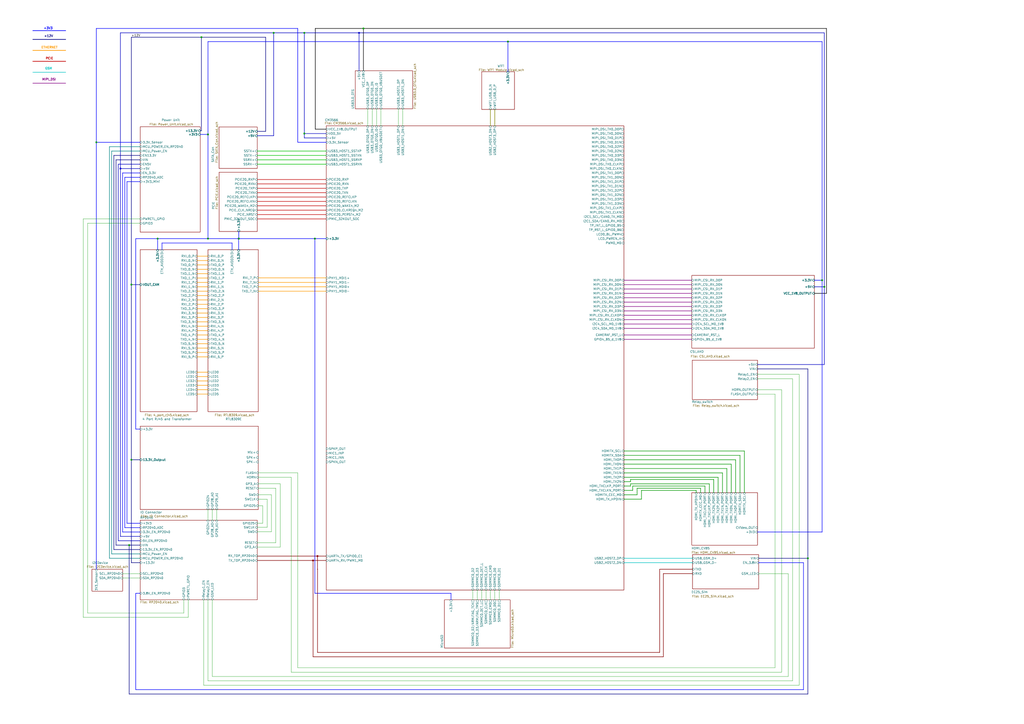
<source format=kicad_sch>
(kicad_sch
	(version 20231120)
	(generator "eeschema")
	(generator_version "8.0")
	(uuid "25e5aa8e-2696-44a3-8d3c-c2c53f2923cf")
	(paper "A2")
	(title_block
		(title "CamTracker")
		(date "2022-09-20")
		(rev "REV1")
		(company "SmartEQ Bilisim")
	)
	(lib_symbols)
	(junction
		(at 468.63 323.85)
		(diameter 0)
		(color 0 0 0 0)
		(uuid "03c0dcaa-9043-44a5-ba48-bf3f752d8fbc")
	)
	(junction
		(at 55.88 82.55)
		(diameter 0)
		(color 0 0 0 0)
		(uuid "24f3b251-46ce-4332-ae1f-b0cdc488d1e0")
	)
	(junction
		(at 176.53 19.05)
		(diameter 0)
		(color 0 0 0 0)
		(uuid "2dd9c1a4-c1ec-4794-8f09-77ee93b21b44")
	)
	(junction
		(at 476.885 162.56)
		(diameter 0)
		(color 0 0 0 0)
		(uuid "35a1d3fb-47cf-460b-848a-b9e5c70fd518")
	)
	(junction
		(at 138.43 138.43)
		(diameter 0)
		(color 0 0 255 1)
		(uuid "5d207cdc-f4cc-41ce-b197-44c7bc7f3d05")
	)
	(junction
		(at 120.65 77.9793)
		(diameter 0)
		(color 0 0 0 0)
		(uuid "7de044cb-6d65-4f23-95cd-1481fac3e916")
	)
	(junction
		(at 138.5095 138.43)
		(diameter 0)
		(color 0 0 0 0)
		(uuid "82c38ca0-ece7-4c66-a902-fd5a7b2e5ee8")
	)
	(junction
		(at 158.75 19.05)
		(diameter 0)
		(color 0 0 0 0)
		(uuid "89f0e20d-7b3c-4271-a3cf-b1eee4134476")
	)
	(junction
		(at 176.53 77.47)
		(diameter 0)
		(color 0 0 0 0)
		(uuid "93227ad1-b5f9-424e-be29-86a9db506232")
	)
	(junction
		(at 91.44 138.43)
		(diameter 0)
		(color 0 0 0 0)
		(uuid "984ae734-a3b3-4ac9-93ef-0f56c071a910")
	)
	(junction
		(at 181.61 325.12)
		(diameter 0)
		(color 132 0 0 1)
		(uuid "9da795e5-b32b-4757-84d3-b7e38b46c451")
	)
	(junction
		(at 182.654 138.43)
		(diameter 0)
		(color 0 0 0 0)
		(uuid "a7bcf305-8ffd-44ef-9e9e-ee7f55681a6b")
	)
	(junction
		(at 184.15 322.58)
		(diameter 0)
		(color 132 0 0 1)
		(uuid "ad9b150f-1792-4217-ba78-49d7cbb023db")
	)
	(junction
		(at 76.2 266.7)
		(diameter 0)
		(color 0 0 0 0)
		(uuid "afd2c755-b87b-458d-be8f-20a52899ae67")
	)
	(junction
		(at 74.93 316.23)
		(diameter 0)
		(color 0 0 0 0)
		(uuid "b8a30507-afcc-43b4-8398-057b99e34831")
	)
	(junction
		(at 76.2 165.1)
		(diameter 0)
		(color 0 0 0 0)
		(uuid "c0362575-2230-46c3-8a8f-3f59615f2701")
	)
	(junction
		(at 120.65 138.43)
		(diameter 0)
		(color 0 0 0 0)
		(uuid "d7c78919-2f2f-496d-88cd-9ff87b0b1420")
	)
	(junction
		(at 69.85 97.79)
		(diameter 0)
		(color 0 0 194 1)
		(uuid "e7e2bc8e-47a2-479d-a389-818a5064f826")
	)
	(junction
		(at 208.28 19.05)
		(diameter 0)
		(color 0 0 194 1)
		(uuid "f1bf3946-5f18-4ed2-a490-1844e754d4f3")
	)
	(junction
		(at 294.64 24.13)
		(diameter 0)
		(color 0 0 0 0)
		(uuid "f43a730f-855f-493e-a9dd-74558f1f8f16")
	)
	(junction
		(at 210.82 16.51)
		(diameter 0)
		(color 0 0 0 0)
		(uuid "fa84e0f5-3f82-4c34-a84b-9f35bd57c0e6")
	)
	(junction
		(at 478.155 166.37)
		(diameter 0)
		(color 0 0 0 0)
		(uuid "fb87d608-fa9f-4065-942c-48457ddab91d")
	)
	(junction
		(at 116.84 21.59)
		(diameter 0)
		(color 0 0 0 0)
		(uuid "fd77bc87-858b-48bc-8f63-66951b9bf5fb")
	)
	(wire
		(pts
			(xy 19.05 41.91) (xy 38.1 41.91)
		)
		(stroke
			(width 0.3048)
			(type default)
			(color 0 194 194 1)
		)
		(uuid "0019f591-c5a0-43c0-b4d7-07f1f8ead615")
	)
	(wire
		(pts
			(xy 416.56 276.86) (xy 416.56 285.75)
		)
		(stroke
			(width 0.3048)
			(type default)
		)
		(uuid "002f8749-e52b-40c2-afd0-2767a8c610e2")
	)
	(wire
		(pts
			(xy 116.84 75.8629) (xy 116.1387 75.8629)
		)
		(stroke
			(width 0.3048)
			(type default)
			(color 0 0 132 1)
		)
		(uuid "00c80c0a-c7d4-459c-898f-8aa5692a3d6e")
	)
	(wire
		(pts
			(xy 78.74 248.92) (xy 81.28 248.92)
		)
		(stroke
			(width 0.3048)
			(type default)
			(color 0 0 255 1)
		)
		(uuid "0315ae45-d827-4f40-91e5-706badf402ab")
	)
	(wire
		(pts
			(xy 361.95 323.85) (xy 401.7137 323.85)
		)
		(stroke
			(width 0.3048)
			(type default)
			(color 0 194 194 1)
		)
		(uuid "037c25a5-f731-490b-8f59-f7c2edf55636")
	)
	(wire
		(pts
			(xy 149.2754 121.92) (xy 189.23 121.92)
		)
		(stroke
			(width 0.3048)
			(type default)
			(color 194 0 0 1)
		)
		(uuid "03cf9e75-309c-4299-8e4e-330a1a25e306")
	)
	(wire
		(pts
			(xy 463.55 217.17) (xy 439.42 217.17)
		)
		(stroke
			(width 0)
			(type default)
		)
		(uuid "065a8f67-035d-47ba-9237-fd5d21bbd036")
	)
	(wire
		(pts
			(xy 429.26 264.16) (xy 429.26 285.75)
		)
		(stroke
			(width 0.3048)
			(type default)
		)
		(uuid "0682efd7-05fb-4c9a-907b-a5a3d12ac842")
	)
	(wire
		(pts
			(xy 149.86 161.1804) (xy 189.23 161.1804)
		)
		(stroke
			(width 0.3048)
			(type default)
			(color 255 153 0 1)
		)
		(uuid "092bb440-763f-489c-a15e-ea0f5fc41679")
	)
	(wire
		(pts
			(xy 149.2754 111.76) (xy 189.23 111.76)
		)
		(stroke
			(width 0.3048)
			(type default)
			(color 194 0 0 1)
		)
		(uuid "0944cf57-b934-49e1-a5e6-00d7d11f541e")
	)
	(wire
		(pts
			(xy 369.57 287.02) (xy 361.95 287.02)
		)
		(stroke
			(width 0.3048)
			(type default)
		)
		(uuid "09521fd6-4ba3-4c35-9f08-7744ad2d54fe")
	)
	(wire
		(pts
			(xy 114.3 207.01) (xy 120.65 207.01)
		)
		(stroke
			(width 0.3048)
			(type default)
			(color 255 153 0 1)
		)
		(uuid "09aa5386-abc3-4697-9877-85c664826dff")
	)
	(wire
		(pts
			(xy 118.11 397.51) (xy 118.11 347.98)
		)
		(stroke
			(width 0)
			(type default)
		)
		(uuid "0a7f5565-9baf-49d4-8ca1-cfa7a7abecda")
	)
	(wire
		(pts
			(xy 476.885 162.56) (xy 476.885 24.13)
		)
		(stroke
			(width 0.3048)
			(type default)
			(color 0 0 255 1)
		)
		(uuid "0ae1f167-6af1-4abd-944e-78636cea0ff2")
	)
	(wire
		(pts
			(xy 361.95 266.7) (xy 426.72 266.7)
		)
		(stroke
			(width 0.3048)
			(type default)
		)
		(uuid "0bcd6b0f-528d-45e8-adc2-c4434d0b75ef")
	)
	(wire
		(pts
			(xy 294.64 24.13) (xy 294.64 41.5542)
		)
		(stroke
			(width 0.3048)
			(type default)
			(color 0 0 255 1)
		)
		(uuid "0be90714-5f1e-4c96-a800-30a7a0750687")
	)
	(wire
		(pts
			(xy 361.95 264.16) (xy 429.26 264.16)
		)
		(stroke
			(width 0.3048)
			(type default)
		)
		(uuid "0bfcda1f-db71-4421-868b-c6b7cec42566")
	)
	(wire
		(pts
			(xy 149.225 95.25) (xy 189.23 95.25)
		)
		(stroke
			(width 0.3048)
			(type default)
			(color 0 194 0 1)
		)
		(uuid "0ccab8d8-1217-4a7f-a314-e25d98286e7a")
	)
	(wire
		(pts
			(xy 72.39 102.87) (xy 81.28 102.87)
		)
		(stroke
			(width 0.3048)
			(type default)
			(color 0 0 255 1)
		)
		(uuid "0ce83105-350b-458a-b4a3-3bd69087571c")
	)
	(wire
		(pts
			(xy 81.28 313.69) (xy 68.58 313.69)
		)
		(stroke
			(width 0.3048)
			(type default)
			(color 0 0 194 1)
		)
		(uuid "0d16a65f-8c1f-4a0e-8d0e-b1c68ad45d15")
	)
	(wire
		(pts
			(xy 361.95 196.85) (xy 401.32 196.85)
		)
		(stroke
			(width 0.3048)
			(type default)
			(color 132 0 132 1)
		)
		(uuid "0f9cd9b4-c7fd-4c28-99ae-3db9e33aa4b8")
	)
	(wire
		(pts
			(xy 453.39 226.06) (xy 453.39 389.89)
		)
		(stroke
			(width 0)
			(type default)
		)
		(uuid "10f97069-60a1-409a-a808-038ae98d7823")
	)
	(wire
		(pts
			(xy 189.23 161.1804) (xy 189.23 161.29)
		)
		(stroke
			(width 0)
			(type default)
		)
		(uuid "111a29ef-b4e0-452b-b8e6-41cba8696a7d")
	)
	(wire
		(pts
			(xy 414.02 278.13) (xy 365.76 278.13)
		)
		(stroke
			(width 0.3048)
			(type default)
		)
		(uuid "12e8cb56-884f-4c6d-b5a6-8d2680a6a423")
	)
	(wire
		(pts
			(xy 114.3 151.13) (xy 120.65 151.13)
		)
		(stroke
			(width 0.3048)
			(type default)
			(color 255 153 0 1)
		)
		(uuid "143d9e22-422d-440e-aad1-e9e77c69136d")
	)
	(wire
		(pts
			(xy 281.94 342.265) (xy 281.94 347.98)
		)
		(stroke
			(width 0)
			(type default)
		)
		(uuid "15fe3b87-bc90-496d-a990-601d33fea0cc")
	)
	(wire
		(pts
			(xy 365.76 281.94) (xy 361.95 281.94)
		)
		(stroke
			(width 0.3048)
			(type default)
		)
		(uuid "165c9c06-132a-428f-b737-e0260d2bde2f")
	)
	(wire
		(pts
			(xy 472.44 166.37) (xy 478.155 166.37)
		)
		(stroke
			(width 0.3048)
			(type default)
			(color 0 0 194 1)
		)
		(uuid "17316bec-8544-4f26-a688-9228197022f4")
	)
	(wire
		(pts
			(xy 76.2 266.7) (xy 81.28 266.7)
		)
		(stroke
			(width 0.3048)
			(type default)
			(color 0 0 132 1)
		)
		(uuid "183bb170-b16b-4e6d-9025-bd3383ca2f2f")
	)
	(wire
		(pts
			(xy 68.58 95.25) (xy 81.28 95.25)
		)
		(stroke
			(width 0.3048)
			(type default)
			(color 0 0 194 1)
		)
		(uuid "18cd4866-fbf2-43ea-bef0-18b35028d3b3")
	)
	(wire
		(pts
			(xy 66.04 318.77) (xy 66.04 90.17)
		)
		(stroke
			(width 0.3048)
			(type default)
			(color 0 0 132 1)
		)
		(uuid "1982a252-dfcb-44e1-b0af-a27e49ccddfd")
	)
	(wire
		(pts
			(xy 478.155 166.37) (xy 478.155 19.05)
		)
		(stroke
			(width 0.3048)
			(type default)
			(color 0 0 194 1)
		)
		(uuid "1a566bfa-6eff-455a-a333-e8ca22b40e90")
	)
	(wire
		(pts
			(xy 138.5095 134.291) (xy 138.5095 138.43)
		)
		(stroke
			(width 0.3048)
			(type default)
			(color 0 0 255 1)
		)
		(uuid "1a58b5bd-6f55-485f-94a9-e26672af1bf6")
	)
	(wire
		(pts
			(xy 149.225 87.63) (xy 189.23 87.63)
		)
		(stroke
			(width 0.3048)
			(type default)
			(color 0 194 0 1)
		)
		(uuid "1abddcd3-7a69-457b-aadd-9550c5a8a0e7")
	)
	(wire
		(pts
			(xy 73.66 105.3558) (xy 73.66 303.53)
		)
		(stroke
			(width 0.3048)
			(type default)
			(color 0 0 255 1)
		)
		(uuid "1b0533ec-c59f-41d3-a372-002f0dbaa974")
	)
	(wire
		(pts
			(xy 149.225 325.12) (xy 181.61 325.12)
		)
		(stroke
			(width 0.3048)
			(type default)
			(color 132 0 0 1)
		)
		(uuid "1b962ecd-e7b9-49aa-894c-19342cd7c05f")
	)
	(wire
		(pts
			(xy 55.88 82.55) (xy 81.28 82.55)
		)
		(stroke
			(width 0.3048)
			(type default)
			(color 0 0 255 1)
		)
		(uuid "1bdf9411-5334-4d27-936d-7a0403c9ca0c")
	)
	(wire
		(pts
			(xy 19.05 48.26) (xy 38.1 48.26)
		)
		(stroke
			(width 0.3048)
			(type default)
			(color 132 0 132 1)
		)
		(uuid "1bed5693-1fc5-4078-abb2-93c056916fa0")
	)
	(wire
		(pts
			(xy 408.94 281.94) (xy 367.03 281.94)
		)
		(stroke
			(width 0.3048)
			(type default)
		)
		(uuid "1f0f5147-ed06-4c2c-bde8-4aa4ab1facd1")
	)
	(wire
		(pts
			(xy 81.28 303.53) (xy 73.66 303.53)
		)
		(stroke
			(width 0.3048)
			(type default)
			(color 0 0 255 1)
		)
		(uuid "1f40ebd5-73fc-46ca-ba68-f154d3b2b9ae")
	)
	(wire
		(pts
			(xy 361.95 175.26) (xy 401.32 175.26)
		)
		(stroke
			(width 0.3048)
			(type default)
			(color 132 0 132 1)
		)
		(uuid "201c7a0a-8f9b-4fd3-bfaa-9d7d6f9c531a")
	)
	(wire
		(pts
			(xy 114.3 189.23) (xy 120.65 189.23)
		)
		(stroke
			(width 0.3048)
			(type default)
			(color 255 153 0 1)
		)
		(uuid "20e2921e-3381-4857-a918-ce88680847df")
	)
	(wire
		(pts
			(xy 48.26 358.14) (xy 109.22 358.14)
		)
		(stroke
			(width 0)
			(type default)
		)
		(uuid "21de6090-16d7-4f21-bf3e-d11833fd115f")
	)
	(wire
		(pts
			(xy 411.48 280.67) (xy 365.76 280.67)
		)
		(stroke
			(width 0.3048)
			(type default)
		)
		(uuid "23998741-a11f-4e60-be65-08b8005e6df4")
	)
	(wire
		(pts
			(xy 120.65 24.13) (xy 294.64 24.13)
		)
		(stroke
			(width 0.3048)
			(type default)
			(color 0 0 255 1)
		)
		(uuid "245ce1db-7bd3-4c3c-90dc-cc59e034f16f")
	)
	(wire
		(pts
			(xy 50.8 355.6) (xy 50.8 129.54)
		)
		(stroke
			(width 0)
			(type default)
		)
		(uuid "24dd236b-87d1-4d44-b314-46d823b21387")
	)
	(wire
		(pts
			(xy 55.88 16.51) (xy 172.72 16.51)
		)
		(stroke
			(width 0.3048)
			(type default)
			(color 0 0 255 1)
		)
		(uuid "25297b47-d3c7-46c0-87ff-cab57df70daa")
	)
	(wire
		(pts
			(xy 55.88 330.2) (xy 55.88 82.55)
		)
		(stroke
			(width 0.3048)
			(type default)
			(color 0 0 255 1)
		)
		(uuid "25776150-dde4-48b9-a420-cf60b2dc5170")
	)
	(wire
		(pts
			(xy 361.95 170.18) (xy 401.32 170.18)
		)
		(stroke
			(width 0.3048)
			(type default)
			(color 132 0 132 1)
		)
		(uuid "270b7cd6-0a99-47de-8c36-5e66e7938f27")
	)
	(wire
		(pts
			(xy 476.885 308.61) (xy 439.42 308.61)
		)
		(stroke
			(width 0.3048)
			(type default)
			(color 0 0 255 1)
		)
		(uuid "2722adf2-10a3-4231-a999-8e648c2ffeb3")
	)
	(wire
		(pts
			(xy 120.65 295.5543) (xy 120.65 301.7806)
		)
		(stroke
			(width 0)
			(type default)
		)
		(uuid "27efba12-81b2-4754-a289-2a333f8d5796")
	)
	(wire
		(pts
			(xy 78.74 344.17) (xy 78.74 400.05)
		)
		(stroke
			(width 0.3048)
			(type default)
			(color 0 0 255 1)
		)
		(uuid "29964570-ce09-49ea-a08c-ede316899b1b")
	)
	(wire
		(pts
			(xy 64.77 321.31) (xy 64.77 87.63)
		)
		(stroke
			(width 0.3048)
			(type default)
			(color 0 132 132 1)
		)
		(uuid "2b34ea7a-faa2-419d-941b-8249abe40e02")
	)
	(wire
		(pts
			(xy 116.84 21.59) (xy 154.1117 21.59)
		)
		(stroke
			(width 0.3048)
			(type default)
			(color 0 0 132 1)
		)
		(uuid "2bfdb044-d998-4442-a68e-650c76f36c22")
	)
	(wire
		(pts
			(xy 72.39 306.07) (xy 72.39 102.87)
		)
		(stroke
			(width 0.3048)
			(type default)
			(color 0 0 255 1)
		)
		(uuid "2c38d549-3716-43bd-8067-2ae51f02cfbf")
	)
	(wire
		(pts
			(xy 478.155 211.455) (xy 439.42 211.455)
		)
		(stroke
			(width 0.3048)
			(type default)
			(color 0 0 194 1)
		)
		(uuid "2c3f3036-f869-4354-822b-30a79922fc5a")
	)
	(wire
		(pts
			(xy 74.93 316.23) (xy 74.93 402.59)
		)
		(stroke
			(width 0.3048)
			(type default)
			(color 0 0 132 1)
		)
		(uuid "2d4cb426-3518-467b-90e6-6baeb8737618")
	)
	(wire
		(pts
			(xy 361.95 271.78) (xy 421.64 271.78)
		)
		(stroke
			(width 0.3048)
			(type default)
		)
		(uuid "2e52c41c-80e3-4f6a-bf4e-40160f6c9d42")
	)
	(wire
		(pts
			(xy 138.43 138.43) (xy 138.43 144.78)
		)
		(stroke
			(width 0.3048)
			(type default)
			(color 0 0 255 1)
		)
		(uuid "2f91ea5c-8a09-4587-b839-bd5ea6f0368e")
	)
	(wire
		(pts
			(xy 172.72 16.51) (xy 172.72 82.55)
		)
		(stroke
			(width 0.3048)
			(type default)
			(color 0 0 255 1)
		)
		(uuid "304047c4-f7f7-4f4c-a305-e2a83e46ff21")
	)
	(wire
		(pts
			(xy 431.8 261.62) (xy 431.8 285.75)
		)
		(stroke
			(width 0.3048)
			(type default)
		)
		(uuid "306d4e4c-21ee-4c1e-a77b-aa09238fb62e")
	)
	(wire
		(pts
			(xy 463.55 397.51) (xy 118.11 397.51)
		)
		(stroke
			(width 0)
			(type default)
		)
		(uuid "310c14c1-0043-4bf5-8a4f-780187a9aea0")
	)
	(wire
		(pts
			(xy 158.75 19.05) (xy 158.75 78.74)
		)
		(stroke
			(width 0.3048)
			(type default)
			(color 0 0 194 1)
		)
		(uuid "3178b2c0-2229-488a-9c4b-7bdb410a043a")
	)
	(wire
		(pts
			(xy 284.48 63.5) (xy 284.48 73.025)
		)
		(stroke
			(width 0.3048)
			(type default)
			(color 132 132 0 1)
		)
		(uuid "326302f3-2cc4-4068-8995-7bc41f0c6433")
	)
	(wire
		(pts
			(xy 176.53 77.47) (xy 189.23 77.47)
		)
		(stroke
			(width 0.3048)
			(type default)
			(color 0 0 194 1)
		)
		(uuid "32e84e2a-7201-477e-8648-ed0d20470775")
	)
	(wire
		(pts
			(xy 439.42 226.06) (xy 453.39 226.06)
		)
		(stroke
			(width 0)
			(type default)
		)
		(uuid "3381e89c-4b5d-40f0-9b09-3818f3d63534")
	)
	(wire
		(pts
			(xy 369.57 283.21) (xy 369.57 287.02)
		)
		(stroke
			(width 0.3048)
			(type default)
		)
		(uuid "36865a17-1b46-4527-ba06-f55c2546c15c")
	)
	(wire
		(pts
			(xy 182.654 344.17) (xy 261.62 344.17)
		)
		(stroke
			(width 0.3048)
			(type default)
			(color 0 0 255 1)
		)
		(uuid "369ad202-9e33-46c4-bab8-9c029521f705")
	)
	(wire
		(pts
			(xy 81.28 318.77) (xy 66.04 318.77)
		)
		(stroke
			(width 0.3048)
			(type default)
			(color 0 0 132 1)
		)
		(uuid "37239a7b-cc3c-4c1d-a5ea-efe2dfe1cea4")
	)
	(wire
		(pts
			(xy 162.56 317.3452) (xy 149.225 317.3452)
		)
		(stroke
			(width 0)
			(type default)
		)
		(uuid "3736c670-cacd-4f01-b75c-c3f591d3fb5c")
	)
	(wire
		(pts
			(xy 449.58 387.35) (xy 449.58 228.6)
		)
		(stroke
			(width 0)
			(type default)
		)
		(uuid "37725191-dd78-40a1-b495-49cb6f555b81")
	)
	(wire
		(pts
			(xy 63.5 323.85) (xy 63.5 85.09)
		)
		(stroke
			(width 0.3048)
			(type default)
			(color 0 132 132 1)
		)
		(uuid "37fcc5f6-80d2-444e-997c-96d15d5d1d9f")
	)
	(wire
		(pts
			(xy 361.95 177.8) (xy 401.32 177.8)
		)
		(stroke
			(width 0.3048)
			(type default)
			(color 132 0 132 1)
		)
		(uuid "38b3db0d-637b-4039-a03d-581fe07a705a")
	)
	(wire
		(pts
			(xy 76.2 21.59) (xy 76.2 165.1)
		)
		(stroke
			(width 0.3048)
			(type default)
			(color 0 0 132 1)
		)
		(uuid "3910af0d-e245-4a6d-8799-003f15c92de9")
	)
	(wire
		(pts
			(xy 459.74 394.97) (xy 120.65 394.97)
		)
		(stroke
			(width 0)
			(type default)
		)
		(uuid "3933ebdd-2b0a-436a-bb94-6406e4925a54")
	)
	(wire
		(pts
			(xy 76.2 21.59) (xy 116.84 21.59)
		)
		(stroke
			(width 0.3048)
			(type default)
			(color 0 0 132 1)
		)
		(uuid "395e0087-cf97-4e0a-a8cf-7e00be5e8f42")
	)
	(wire
		(pts
			(xy 114.3 228.6) (xy 120.65 228.6)
		)
		(stroke
			(width 0.3048)
			(type default)
			(color 255 153 0 1)
		)
		(uuid "396c5b5b-b293-4835-b6ec-08ca5fd38848")
	)
	(wire
		(pts
			(xy 114.3 218.44) (xy 120.65 218.44)
		)
		(stroke
			(width 0.3048)
			(type default)
			(color 255 153 0 1)
		)
		(uuid "3d069700-b651-47f8-bc84-3d82bee26341")
	)
	(wire
		(pts
			(xy 215.9 63.1638) (xy 215.9 73.025)
		)
		(stroke
			(width 0)
			(type default)
		)
		(uuid "3df09c75-43b0-446e-9b55-e003d8b30816")
	)
	(wire
		(pts
			(xy 361.95 276.86) (xy 416.56 276.86)
		)
		(stroke
			(width 0.3048)
			(type default)
		)
		(uuid "3e1fbeba-92ed-4504-8f6f-964aab8dd2dc")
	)
	(wire
		(pts
			(xy 176.53 19.05) (xy 208.28 19.05)
		)
		(stroke
			(width 0.3048)
			(type default)
			(color 0 0 194 1)
		)
		(uuid "3fb019f2-bffd-4870-b047-6c54c3f9d691")
	)
	(wire
		(pts
			(xy 138.43 138.43) (xy 138.5095 138.43)
		)
		(stroke
			(width 0.3048)
			(type default)
			(color 0 0 255 1)
		)
		(uuid "3ff00b11-384e-4bb8-8efe-f8f03151dac2")
	)
	(wire
		(pts
			(xy 149.2754 104.14) (xy 189.23 104.14)
		)
		(stroke
			(width 0.3048)
			(type default)
			(color 194 0 0 1)
		)
		(uuid "41cf3077-ecff-4391-b30d-678600362bdf")
	)
	(wire
		(pts
			(xy 71.12 100.33) (xy 81.28 100.33)
		)
		(stroke
			(width 0.3048)
			(type default)
			(color 0 0 255 1)
		)
		(uuid "43200927-77bd-4015-afa4-45e859c6cafc")
	)
	(wire
		(pts
			(xy 172.72 387.35) (xy 449.58 387.35)
		)
		(stroke
			(width 0)
			(type default)
		)
		(uuid "432287bf-21f7-4cc1-ac67-cb62b3af48df")
	)
	(wire
		(pts
			(xy 149.2754 124.46) (xy 189.23 124.46)
		)
		(stroke
			(width 0.3048)
			(type default)
			(color 194 0 0 1)
		)
		(uuid "444ee63f-19b9-4bc4-bd7a-62eadeebc263")
	)
	(wire
		(pts
			(xy 181.61 381) (xy 384.81 381)
		)
		(stroke
			(width 0.3048)
			(type default)
			(color 132 0 0 1)
		)
		(uuid "451418a7-622f-4ef9-b994-969df314f2f8")
	)
	(wire
		(pts
			(xy 176.53 19.05) (xy 176.53 77.47)
		)
		(stroke
			(width 0.3048)
			(type default)
			(color 0 0 194 1)
		)
		(uuid "4560c1e6-e38d-4d1f-805c-5e89111095af")
	)
	(wire
		(pts
			(xy 361.95 167.64) (xy 401.32 167.64)
		)
		(stroke
			(width 0.3048)
			(type default)
			(color 132 0 132 1)
		)
		(uuid "46b34040-cdf6-4c2d-ad03-16ac55d23450")
	)
	(wire
		(pts
			(xy 439.42 219.71) (xy 459.74 219.71)
		)
		(stroke
			(width 0)
			(type default)
		)
		(uuid "46df17fb-f664-4b5f-a29d-0845108244af")
	)
	(wire
		(pts
			(xy 114.3 191.77) (xy 120.65 191.77)
		)
		(stroke
			(width 0.3048)
			(type default)
			(color 255 153 0 1)
		)
		(uuid "46e5529d-2499-4650-a5cc-2533bc08370d")
	)
	(wire
		(pts
			(xy 289.56 342.265) (xy 289.56 347.98)
		)
		(stroke
			(width 0)
			(type default)
		)
		(uuid "471966c4-0c32-4458-b009-58118fb83a99")
	)
	(wire
		(pts
			(xy 68.58 313.69) (xy 68.58 95.25)
		)
		(stroke
			(width 0.3048)
			(type default)
			(color 0 0 194 1)
		)
		(uuid "480198a8-0949-4a5f-ab24-5c7a2e26819b")
	)
	(wire
		(pts
			(xy 154.1117 21.59) (xy 154.1117 76.2)
		)
		(stroke
			(width 0.3048)
			(type default)
			(color 0 0 132 1)
		)
		(uuid "4834dc3e-8bbd-4981-85e9-ef99d9976041")
	)
	(wire
		(pts
			(xy 361.95 162.56) (xy 401.32 162.56)
		)
		(stroke
			(width 0.3048)
			(type default)
			(color 132 0 132 1)
		)
		(uuid "48372933-4913-4b58-a623-8aec2309f6bc")
	)
	(wire
		(pts
			(xy 424.18 269.24) (xy 424.18 285.75)
		)
		(stroke
			(width 0.3048)
			(type default)
		)
		(uuid "490c2485-0ca8-4154-b65a-8d43a70dae70")
	)
	(wire
		(pts
			(xy 176.53 77.47) (xy 176.53 80.01)
		)
		(stroke
			(width 0.3048)
			(type default)
			(color 0 0 194 1)
		)
		(uuid "499ebf6e-d463-4824-bf53-d2c79e0d1cd9")
	)
	(wire
		(pts
			(xy 361.95 182.88) (xy 401.32 182.88)
		)
		(stroke
			(width 0.3048)
			(type default)
			(color 132 0 132 1)
		)
		(uuid "49ec8226-a320-4f3f-b66c-576761ff5569")
	)
	(wire
		(pts
			(xy 149.2754 116.84) (xy 189.23 116.84)
		)
		(stroke
			(width 0.3048)
			(type default)
			(color 194 0 0 1)
		)
		(uuid "4a4912db-8c82-4cff-b7f9-6f3e2ef82cce")
	)
	(wire
		(pts
			(xy 67.31 92.71) (xy 81.28 92.71)
		)
		(stroke
			(width 0.3048)
			(type default)
			(color 0 0 132 1)
		)
		(uuid "4b8490f9-d449-4ecd-a870-259a1aa53256")
	)
	(wire
		(pts
			(xy 406.4 283.21) (xy 369.57 283.21)
		)
		(stroke
			(width 0.3048)
			(type default)
		)
		(uuid "4c062211-bf2d-4c8f-996c-2a2f90633e6b")
	)
	(wire
		(pts
			(xy 149.225 322.58) (xy 149.225 322.4252)
		)
		(stroke
			(width 0)
			(type default)
		)
		(uuid "4c638e9a-245d-4640-9d08-fcc8cd62c0b6")
	)
	(wire
		(pts
			(xy 365.76 279.4) (xy 361.95 279.4)
		)
		(stroke
			(width 0.3048)
			(type default)
		)
		(uuid "4d1d5f1c-90b0-4fa1-b7dc-21e2a293ceb9")
	)
	(wire
		(pts
			(xy 81.28 127) (xy 48.26 127)
		)
		(stroke
			(width 0)
			(type default)
		)
		(uuid "4e80fb99-01f2-4a36-834a-48cdf78c1d78")
	)
	(wire
		(pts
			(xy 138.5095 138.43) (xy 182.654 138.43)
		)
		(stroke
			(width 0.3048)
			(type default)
			(color 0 0 255 1)
		)
		(uuid "4e88e3e3-f76b-4bbc-ba02-4fe2c1f15a7a")
	)
	(wire
		(pts
			(xy 184.15 322.58) (xy 189.23 322.58)
		)
		(stroke
			(width 0.3048)
			(type default)
			(color 132 0 0 1)
		)
		(uuid "4e9bdb4c-13c0-4562-a777-c6704fc45c0b")
	)
	(wire
		(pts
			(xy 114.3 186.69) (xy 120.65 186.69)
		)
		(stroke
			(width 0.3048)
			(type default)
			(color 255 153 0 1)
		)
		(uuid "4ec72820-c250-483a-818e-b8e0d8c80a84")
	)
	(wire
		(pts
			(xy 149.2754 106.68) (xy 189.23 106.68)
		)
		(stroke
			(width 0.3048)
			(type default)
			(color 194 0 0 1)
		)
		(uuid "4f11d024-9308-4311-bc43-b0ed0600114d")
	)
	(wire
		(pts
			(xy 93.98 144.78) (xy 93.98 140.97)
		)
		(stroke
			(width 0.3048)
			(type default)
			(color 0 0 255 1)
		)
		(uuid "515d0ae8-ca74-4842-9527-8dacced0fef3")
	)
	(wire
		(pts
			(xy 120.65 347.98) (xy 120.65 394.97)
		)
		(stroke
			(width 0)
			(type default)
		)
		(uuid "51f24a8f-5eb3-4aa2-ab5f-c21132772021")
	)
	(wire
		(pts
			(xy 114.3 201.93) (xy 120.65 201.93)
		)
		(stroke
			(width 0.3048)
			(type default)
			(color 255 153 0 1)
		)
		(uuid "521bfa9d-99b6-4903-94c3-b3a13df7c52e")
	)
	(wire
		(pts
			(xy 457.2 332.74) (xy 457.2 392.43)
		)
		(stroke
			(width 0)
			(type default)
		)
		(uuid "5485bdee-279e-4212-acf7-af7876cd43d8")
	)
	(wire
		(pts
			(xy 384.81 332.74) (xy 401.7137 332.74)
		)
		(stroke
			(width 0.3048)
			(type default)
			(color 132 0 0 1)
		)
		(uuid "5559f4b1-b871-4682-b937-0000265e7639")
	)
	(wire
		(pts
			(xy 81.28 323.85) (xy 63.5 323.85)
		)
		(stroke
			(width 0.3048)
			(type default)
			(color 0 132 132 1)
		)
		(uuid "55a79d67-5518-4acd-85c7-afb79de739f4")
	)
	(wire
		(pts
			(xy 162.56 280.67) (xy 162.56 317.3452)
		)
		(stroke
			(width 0)
			(type default)
		)
		(uuid "56175ec8-8880-4af1-a1ef-cf2a9918f070")
	)
	(wire
		(pts
			(xy 55.88 82.55) (xy 55.88 16.51)
		)
		(stroke
			(width 0.3048)
			(type default)
			(color 0 0 255 1)
		)
		(uuid "58f97153-524c-47f2-b646-b58585ebc015")
	)
	(wire
		(pts
			(xy 403.86 284.48) (xy 403.86 285.75)
		)
		(stroke
			(width 0.3048)
			(type default)
		)
		(uuid "595538ee-caff-49f7-a3cd-c5813145a2d4")
	)
	(wire
		(pts
			(xy 149.225 303.53) (xy 152.4 303.53)
		)
		(stroke
			(width 0)
			(type default)
		)
		(uuid "598d2e9d-e177-4979-b0ef-2d3b9bce85a6")
	)
	(wire
		(pts
			(xy 114.3 171.45) (xy 120.65 171.45)
		)
		(stroke
			(width 0.3048)
			(type default)
			(color 255 153 0 1)
		)
		(uuid "59bae338-7369-41f9-8215-f37aa0bbc2b3")
	)
	(wire
		(pts
			(xy 106.68 347.98) (xy 106.68 355.6)
		)
		(stroke
			(width 0)
			(type default)
		)
		(uuid "5a2b9518-689d-4881-a991-48613fd70524")
	)
	(wire
		(pts
			(xy 149.225 308.4552) (xy 157.48 308.4552)
		)
		(stroke
			(width 0)
			(type default)
		)
		(uuid "5aeeb9b1-22e8-4ec1-a9e5-bcccfa079ce4")
	)
	(wire
		(pts
			(xy 19.05 17.78) (xy 38.1 17.78)
		)
		(stroke
			(width 0.381)
			(type default)
			(color 0 0 255 1)
		)
		(uuid "5b1f3dae-daef-4b1c-9a33-b2a93992e560")
	)
	(wire
		(pts
			(xy 149.2754 109.22) (xy 189.23 109.22)
		)
		(stroke
			(width 0.3048)
			(type default)
			(color 194 0 0 1)
		)
		(uuid "5c27bebf-9762-4aba-abd1-16c7927939c0")
	)
	(wire
		(pts
			(xy 208.28 19.05) (xy 478.155 19.05)
		)
		(stroke
			(width 0.3048)
			(type default)
			(color 0 0 194 1)
		)
		(uuid "5e1f4a59-1a0d-4cb4-9758-c270291dcb9f")
	)
	(wire
		(pts
			(xy 276.86 342.265) (xy 276.86 347.98)
		)
		(stroke
			(width 0)
			(type default)
		)
		(uuid "5e2e5038-a601-43c8-813e-8975509405c0")
	)
	(wire
		(pts
			(xy 114.3 181.61) (xy 120.65 181.61)
		)
		(stroke
			(width 0.3048)
			(type default)
			(color 255 153 0 1)
		)
		(uuid "5e32532e-42b3-4652-8727-d30a8374f200")
	)
	(wire
		(pts
			(xy 478.155 166.37) (xy 478.155 211.455)
		)
		(stroke
			(width 0.3048)
			(type default)
			(color 0 0 194 1)
		)
		(uuid "61406bcf-b088-4be2-a6bf-eb6596cb8ac3")
	)
	(wire
		(pts
			(xy 74.93 316.23) (xy 67.31 316.23)
		)
		(stroke
			(width 0.3048)
			(type default)
			(color 0 0 132 1)
		)
		(uuid "61637abd-1c4b-46d4-bf77-833539699ee1")
	)
	(wire
		(pts
			(xy 114.3 223.52) (xy 120.65 223.52)
		)
		(stroke
			(width 0.3048)
			(type default)
			(color 255 153 0 1)
		)
		(uuid "618947e7-c4d2-48cf-a3d1-7d699f3cd388")
	)
	(wire
		(pts
			(xy 78.74 400.05) (xy 466.09 400.05)
		)
		(stroke
			(width 0.3048)
			(type default)
			(color 0 0 255 1)
		)
		(uuid "61e15258-cdae-4700-9a9f-7a8da54a2905")
	)
	(wire
		(pts
			(xy 287.02 342.265) (xy 287.02 347.98)
		)
		(stroke
			(width 0)
			(type default)
		)
		(uuid "62bbb041-1b97-4af2-acce-80c4d66b73f2")
	)
	(wire
		(pts
			(xy 476.885 162.56) (xy 476.885 308.61)
		)
		(stroke
			(width 0.3048)
			(type default)
			(color 0 0 255 1)
		)
		(uuid "62ffb04c-05a1-4bb4-813f-af13db0cfca6")
	)
	(wire
		(pts
			(xy 120.65 138.43) (xy 91.44 138.43)
		)
		(stroke
			(width 0.3048)
			(type default)
			(color 0 0 255 1)
		)
		(uuid "63362319-e5f9-4927-814f-c9496504e554")
	)
	(wire
		(pts
			(xy 233.68 63.1638) (xy 233.68 73.025)
		)
		(stroke
			(width 0)
			(type default)
		)
		(uuid "642be3d8-695b-4db5-8ff0-749989a9d9e5")
	)
	(wire
		(pts
			(xy 411.48 280.67) (xy 411.48 285.75)
		)
		(stroke
			(width 0.3048)
			(type default)
		)
		(uuid "64798d43-02ba-438c-b2f7-bc1bd2b357cb")
	)
	(wire
		(pts
			(xy 149.2754 119.38) (xy 189.23 119.38)
		)
		(stroke
			(width 0.3048)
			(type default)
			(color 194 0 0 1)
		)
		(uuid "64d35dda-4259-475f-a71b-d0a4b1b2f7b6")
	)
	(wire
		(pts
			(xy 367.03 284.48) (xy 361.95 284.48)
		)
		(stroke
			(width 0.3048)
			(type default)
		)
		(uuid "66210c38-cb85-41de-ab8b-fe8e8b182d82")
	)
	(wire
		(pts
			(xy 182.88 16.51) (xy 182.88 74.93)
		)
		(stroke
			(width 0.3048)
			(type default)
			(color 0 0 0 1)
		)
		(uuid "690dd6aa-0165-4eaa-89d9-b944399f6437")
	)
	(wire
		(pts
			(xy 134.62 140.97) (xy 134.62 144.78)
		)
		(stroke
			(width 0.3048)
			(type default)
			(color 0 0 255 1)
		)
		(uuid "69394446-c757-4d11-8a7d-602e6edaf038")
	)
	(wire
		(pts
			(xy 361.95 172.72) (xy 401.32 172.72)
		)
		(stroke
			(width 0.3048)
			(type default)
			(color 132 0 132 1)
		)
		(uuid "6b9bab25-139c-4f86-a01a-4be3ce6e340b")
	)
	(wire
		(pts
			(xy 149.225 322.58) (xy 184.15 322.58)
		)
		(stroke
			(width 0.3048)
			(type default)
			(color 132 0 0 1)
		)
		(uuid "6d7c479c-d9c7-4474-ac9e-2ac59d82cb1b")
	)
	(wire
		(pts
			(xy 74.93 402.59) (xy 468.63 402.59)
		)
		(stroke
			(width 0.3048)
			(type default)
			(color 0 0 132 1)
		)
		(uuid "6dec793a-fad5-401f-b39c-8622b0a0006c")
	)
	(wire
		(pts
			(xy 365.76 280.67) (xy 365.76 281.94)
		)
		(stroke
			(width 0.3048)
			(type default)
		)
		(uuid "6e8ba6ef-b22a-4850-a20e-e841b00290dd")
	)
	(wire
		(pts
			(xy 114.3 204.47) (xy 120.65 204.47)
		)
		(stroke
			(width 0.3048)
			(type default)
			(color 255 153 0 1)
		)
		(uuid "6f052b6e-2092-4ad9-a150-476700c59297")
	)
	(wire
		(pts
			(xy 440.055 323.85) (xy 468.63 323.85)
		)
		(stroke
			(width 0.3048)
			(type default)
			(color 0 0 132 1)
		)
		(uuid "6f570d1a-9634-4d90-ba7f-412a7da0a77f")
	)
	(wire
		(pts
			(xy 109.22 358.14) (xy 109.22 347.98)
		)
		(stroke
			(width 0)
			(type default)
		)
		(uuid "6fd9482d-ecae-4b92-a321-b1e3f4301550")
	)
	(wire
		(pts
			(xy 157.48 308.4552) (xy 157.48 287.02)
		)
		(stroke
			(width 0)
			(type default)
		)
		(uuid "6fdea7ce-54d5-4783-a8c8-23c181823004")
	)
	(wire
		(pts
			(xy 463.55 217.17) (xy 463.55 397.51)
		)
		(stroke
			(width 0)
			(type default)
		)
		(uuid "71977168-e528-4dcc-b3ef-91e8269292d8")
	)
	(wire
		(pts
			(xy 472.44 170.18) (xy 479.425 170.18)
		)
		(stroke
			(width 0.3048)
			(type default)
			(color 0 0 0 1)
		)
		(uuid "72b9ea4e-bd20-4834-ba8e-35684a23652a")
	)
	(wire
		(pts
			(xy 168.91 276.86) (xy 168.91 389.89)
		)
		(stroke
			(width 0)
			(type default)
		)
		(uuid "7326b0a3-d9f1-4c31-8506-4159649ed9ea")
	)
	(wire
		(pts
			(xy 261.62 344.17) (xy 261.62 347.98)
		)
		(stroke
			(width 0.3048)
			(type default)
			(color 0 0 255 1)
		)
		(uuid "74806f34-2f84-4119-bf1c-f678e4edf9ec")
	)
	(wire
		(pts
			(xy 220.98 63.1638) (xy 220.98 73.025)
		)
		(stroke
			(width 0)
			(type default)
		)
		(uuid "7571d0c2-3efb-4735-adc9-379fd0aac4fa")
	)
	(wire
		(pts
			(xy 158.75 78.74) (xy 149.225 78.74)
		)
		(stroke
			(width 0.3048)
			(type default)
			(color 0 0 194 1)
		)
		(uuid "758bbd21-bdef-418d-95f4-834d95770886")
	)
	(wire
		(pts
			(xy 19.05 35.56) (xy 38.1 35.56)
		)
		(stroke
			(width 0.381)
			(type default)
			(color 194 0 0 1)
		)
		(uuid "76b282ce-0f26-416c-8751-54bdbd79ff6d")
	)
	(wire
		(pts
			(xy 372.11 289.56) (xy 361.95 289.56)
		)
		(stroke
			(width 0.3048)
			(type default)
		)
		(uuid "7707f71c-3a0e-4b94-a0c6-785050d35f2b")
	)
	(wire
		(pts
			(xy 426.72 266.7) (xy 426.72 285.75)
		)
		(stroke
			(width 0.3048)
			(type default)
		)
		(uuid "77880d7a-e10b-4ae3-b5cd-ea2c752bbad9")
	)
	(wire
		(pts
			(xy 406.4 283.21) (xy 406.4 285.75)
		)
		(stroke
			(width 0.3048)
			(type default)
		)
		(uuid "79fad01f-0f8b-405e-856b-1ba1c00e8466")
	)
	(wire
		(pts
			(xy 76.2 165.1) (xy 76.2 266.7)
		)
		(stroke
			(width 0.3048)
			(type default)
			(color 0 0 132 1)
		)
		(uuid "7a614419-537a-4ad9-a13e-bcd1615d5175")
	)
	(wire
		(pts
			(xy 64.77 321.31) (xy 81.28 321.31)
		)
		(stroke
			(width 0.3048)
			(type default)
			(color 0 132 132 1)
		)
		(uuid "7c4fa0a3-4fc6-4120-9cbd-72601dbc689f")
	)
	(wire
		(pts
			(xy 114.3 196.85) (xy 120.65 196.85)
		)
		(stroke
			(width 0.3048)
			(type default)
			(color 255 153 0 1)
		)
		(uuid "7cf19e35-e2fd-4e6c-a12b-c5e062fa604f")
	)
	(wire
		(pts
			(xy 231.14 63.1638) (xy 231.14 73.025)
		)
		(stroke
			(width 0)
			(type default)
		)
		(uuid "7d6b65d0-c25f-43b7-8147-f39805b92d91")
	)
	(wire
		(pts
			(xy 172.72 274.32) (xy 172.72 387.35)
		)
		(stroke
			(width 0)
			(type default)
		)
		(uuid "7e4e3486-025b-4c40-a087-07271d0730af")
	)
	(wire
		(pts
			(xy 67.31 316.23) (xy 67.31 92.71)
		)
		(stroke
			(width 0.3048)
			(type default)
			(color 0 0 132 1)
		)
		(uuid "7eca514b-e8fe-4fa2-8562-40ceae00afe5")
	)
	(wire
		(pts
			(xy 106.68 355.6) (xy 50.8 355.6)
		)
		(stroke
			(width 0)
			(type default)
		)
		(uuid "8309d362-fbeb-4794-803a-72b903601c46")
	)
	(wire
		(pts
			(xy 181.61 325.12) (xy 189.23 325.12)
		)
		(stroke
			(width 0.3048)
			(type default)
			(color 132 0 0 1)
		)
		(uuid "835f30eb-576d-4363-83a7-d29f34165fc2")
	)
	(wire
		(pts
			(xy 114.3 215.9) (xy 120.65 215.9)
		)
		(stroke
			(width 0.3048)
			(type default)
			(color 255 153 0 1)
		)
		(uuid "836d6dbd-5075-4468-9778-cea95b119b7f")
	)
	(wire
		(pts
			(xy 114.3 173.99) (xy 120.65 173.99)
		)
		(stroke
			(width 0.3048)
			(type default)
			(color 255 153 0 1)
		)
		(uuid "843b6e38-528f-4a03-89b8-25b9ec6bea5d")
	)
	(wire
		(pts
			(xy 123.19 392.43) (xy 457.2 392.43)
		)
		(stroke
			(width 0)
			(type default)
		)
		(uuid "8497a278-5595-4dca-b9ec-2ea35e43e047")
	)
	(wire
		(pts
			(xy 123.19 347.98) (xy 123.19 392.43)
		)
		(stroke
			(width 0)
			(type default)
		)
		(uuid "8521e541-95c1-4dd8-83f8-6b6bde664fd4")
	)
	(wire
		(pts
			(xy 149.86 280.67) (xy 162.56 280.67)
		)
		(stroke
			(width 0)
			(type default)
		)
		(uuid "865d6b2a-75d7-415c-b0f8-8b08543f6fab")
	)
	(wire
		(pts
			(xy 76.2 326.39) (xy 81.28 326.39)
		)
		(stroke
			(width 0.3048)
			(type default)
			(color 0 0 132 1)
		)
		(uuid "87076b5b-4395-43f8-8bb7-a76f92175093")
	)
	(wire
		(pts
			(xy 382.6637 330.2) (xy 401.7137 330.2)
		)
		(stroke
			(width 0.3048)
			(type default)
			(color 132 0 0 1)
		)
		(uuid "892fcf29-4a6f-4a1d-8a3e-c78fb0f47683")
	)
	(wire
		(pts
			(xy 361.95 190.5) (xy 401.32 190.5)
		)
		(stroke
			(width 0.3048)
			(type default)
			(color 132 0 132 1)
		)
		(uuid "89d6ba4f-8bfc-4fc8-bb44-169b5745260e")
	)
	(wire
		(pts
			(xy 71.12 308.61) (xy 71.12 100.33)
		)
		(stroke
			(width 0.3048)
			(type default)
			(color 0 0 255 1)
		)
		(uuid "8a515461-77a0-44ea-aa12-57599c66f21f")
	)
	(wire
		(pts
			(xy 19.05 22.86) (xy 38.1 22.86)
		)
		(stroke
			(width 0.381)
			(type default)
			(color 0 0 132 1)
		)
		(uuid "8a82a01e-6d46-4fd3-b740-f361a5a1c738")
	)
	(wire
		(pts
			(xy 66.04 90.17) (xy 81.28 90.17)
		)
		(stroke
			(width 0.3048)
			(type default)
			(color 0 0 132 1)
		)
		(uuid "8c002b88-b3d4-480b-a872-e25c82923784")
	)
	(wire
		(pts
			(xy 468.63 323.85) (xy 468.63 402.59)
		)
		(stroke
			(width 0.3048)
			(type default)
			(color 0 0 132 1)
		)
		(uuid "8e3e3c5a-2b44-4d8d-8ab2-527f7d108dd6")
	)
	(wire
		(pts
			(xy 69.85 19.05) (xy 158.75 19.05)
		)
		(stroke
			(width 0.3048)
			(type default)
			(color 0 0 194 1)
		)
		(uuid "8e9f4dfd-efa5-43f0-8923-563616fcdde1")
	)
	(wire
		(pts
			(xy 367.03 281.94) (xy 367.03 284.48)
		)
		(stroke
			(width 0.3048)
			(type default)
		)
		(uuid "8f23962a-f2a8-4c92-82e5-866894d051a8")
	)
	(wire
		(pts
			(xy 73.66 105.3558) (xy 81.28 105.3558)
		)
		(stroke
			(width 0.3048)
			(type default)
			(color 0 0 255 1)
		)
		(uuid "8f82db96-396b-4349-ab03-f0d3cb305a1c")
	)
	(wire
		(pts
			(xy 114.3 158.75) (xy 120.65 158.75)
		)
		(stroke
			(width 0.3048)
			(type default)
			(color 255 153 0 1)
		)
		(uuid "913dcc6c-a0b3-44f4-b02d-35267e54ac86")
	)
	(wire
		(pts
			(xy 361.95 185.42) (xy 401.32 185.42)
		)
		(stroke
			(width 0.3048)
			(type default)
			(color 132 0 132 1)
		)
		(uuid "92f94382-2120-4783-9f4e-3012053c9fa7")
	)
	(wire
		(pts
			(xy 64.77 87.63) (xy 81.28 87.63)
		)
		(stroke
			(width 0.3048)
			(type default)
			(color 0 132 132 1)
		)
		(uuid "93e1d905-8380-4fe5-825a-c11e76f445db")
	)
	(wire
		(pts
			(xy 284.48 342.265) (xy 284.48 347.98)
		)
		(stroke
			(width 0)
			(type default)
		)
		(uuid "941c7996-02f8-4914-8f07-99a584ab54a8")
	)
	(wire
		(pts
			(xy 361.95 187.96) (xy 401.32 187.96)
		)
		(stroke
			(width 0.3048)
			(type default)
			(color 132 0 132 1)
		)
		(uuid "950841e2-778f-45dc-adfd-80edf4cce2f9")
	)
	(wire
		(pts
			(xy 184.1872 378.46) (xy 382.6637 378.46)
		)
		(stroke
			(width 0.3048)
			(type default)
			(color 132 0 0 1)
		)
		(uuid "952048fd-2d05-4cb5-bfef-65268bbc4da9")
	)
	(wire
		(pts
			(xy 168.91 389.89) (xy 453.39 389.89)
		)
		(stroke
			(width 0)
			(type default)
		)
		(uuid "9527c871-f52b-4ad8-8b72-475a0935ec39")
	)
	(wire
		(pts
			(xy 114.3 166.37) (xy 120.65 166.37)
		)
		(stroke
			(width 0.3048)
			(type default)
			(color 255 153 0 1)
		)
		(uuid "957c8d5b-b3cf-4131-8ae1-56d579f96e68")
	)
	(wire
		(pts
			(xy 472.44 162.56) (xy 476.885 162.56)
		)
		(stroke
			(width 0.3048)
			(type default)
			(color 0 0 255 1)
		)
		(uuid "99c2a29e-21f3-4034-970f-456c8e5a86dd")
	)
	(wire
		(pts
			(xy 114.3 184.15) (xy 120.65 184.15)
		)
		(stroke
			(width 0.3048)
			(type default)
			(color 255 153 0 1)
		)
		(uuid "9a11e31a-a895-4b8f-a65b-c752d51b730c")
	)
	(wire
		(pts
			(xy 210.82 16.51) (xy 182.88 16.51)
		)
		(stroke
			(width 0.3048)
			(type default)
			(color 0 0 0 1)
		)
		(uuid "9bf925f1-cce7-4e29-90eb-e642b7964e7e")
	)
	(wire
		(pts
			(xy 421.64 271.78) (xy 421.64 285.75)
		)
		(stroke
			(width 0.3048)
			(type default)
		)
		(uuid "9debf051-0a33-471d-af2d-b897c57c35e8")
	)
	(wire
		(pts
			(xy 71.12 332.74) (xy 81.28 332.74)
		)
		(stroke
			(width 0)
			(type default)
		)
		(uuid "9f7d6379-b019-41d0-b26f-8607a83d0746")
	)
	(wire
		(pts
			(xy 149.86 274.32) (xy 172.72 274.32)
		)
		(stroke
			(width 0)
			(type default)
		)
		(uuid "a1244435-1990-4980-8e62-b8d2e3005f3e")
	)
	(wire
		(pts
			(xy 176.53 80.01) (xy 189.23 80.01)
		)
		(stroke
			(width 0.3048)
			(type default)
			(color 0 0 194 1)
		)
		(uuid "a18bc51a-3038-436b-9d16-5fb53f69019b")
	)
	(wire
		(pts
			(xy 184.1872 330.2) (xy 184.1872 378.46)
		)
		(stroke
			(width 0.3048)
			(type default)
			(color 132 0 0 1)
		)
		(uuid "a2141ce8-d054-49d0-a552-cecfcab3af62")
	)
	(wire
		(pts
			(xy 81.28 306.07) (xy 72.39 306.07)
		)
		(stroke
			(width 0.3048)
			(type default)
			(color 0 0 255 1)
		)
		(uuid "a3662121-3116-42b2-bbb3-7c10cf93f49c")
	)
	(wire
		(pts
			(xy 213.36 63.1638) (xy 213.36 73.025)
		)
		(stroke
			(width 0)
			(type default)
		)
		(uuid "a5ac6c46-552b-4f2f-a552-c1293857b266")
	)
	(wire
		(pts
			(xy 294.64 24.13) (xy 476.885 24.13)
		)
		(stroke
			(width 0.3048)
			(type default)
			(color 0 0 255 1)
		)
		(uuid "a6008cc9-3e6a-4b7b-bebe-50fcabe8eff6")
	)
	(wire
		(pts
			(xy 157.48 287.02) (xy 149.86 287.02)
		)
		(stroke
			(width 0)
			(type default)
		)
		(uuid "a73d9481-317c-4cd1-aebb-f732e3519065")
	)
	(wire
		(pts
			(xy 210.82 16.51) (xy 210.82 41)
		)
		(stroke
			(width 0.3048)
			(type default)
			(color 0 0 0 1)
		)
		(uuid "a793435c-32f8-490a-bdc2-ece006a5182e")
	)
	(wire
		(pts
			(xy 120.65 138.43) (xy 138.43 138.43)
		)
		(stroke
			(width 0.3048)
			(type default)
			(color 0 0 255 1)
		)
		(uuid "a8687976-8601-4a19-82c0-e95f59b1479f")
	)
	(wire
		(pts
			(xy 361.95 180.34) (xy 401.32 180.34)
		)
		(stroke
			(width 0.3048)
			(type default)
			(color 132 0 132 1)
		)
		(uuid "a928f7db-8103-4339-8bd2-4242a2bc5bd0")
	)
	(wire
		(pts
			(xy 81.28 316.23) (xy 74.93 316.23)
		)
		(stroke
			(width 0.3048)
			(type default)
			(color 0 0 132 1)
		)
		(uuid "a98f729c-6a3d-49d4-86db-f0fae81feb67")
	)
	(wire
		(pts
			(xy 154.94 289.56) (xy 154.94 305.9152)
		)
		(stroke
			(width 0)
			(type default)
		)
		(uuid "aa1d57e8-874f-495d-a24e-d26086ec9742")
	)
	(wire
		(pts
			(xy 114.3 194.31) (xy 120.65 194.31)
		)
		(stroke
			(width 0.3048)
			(type default)
			(color 255 153 0 1)
		)
		(uuid "aace8171-466f-4eb7-96c5-3a475f635f34")
	)
	(wire
		(pts
			(xy 81.28 308.61) (xy 71.12 308.61)
		)
		(stroke
			(width 0.3048)
			(type default)
			(color 0 0 255 1)
		)
		(uuid "aeec3b2a-538e-4627-ad71-88f04f41b040")
	)
	(wire
		(pts
			(xy 365.76 278.13) (xy 365.76 279.4)
		)
		(stroke
			(width 0.3048)
			(type default)
		)
		(uuid "b0949f98-00b5-4f76-a16d-aab0b7bd2f5d")
	)
	(wire
		(pts
			(xy 149.2754 127) (xy 189.23 127)
		)
		(stroke
			(width 0.3048)
			(type default)
			(color 194 0 0 1)
		)
		(uuid "b0c7222f-f152-40bc-a33d-9b511086ba80")
	)
	(wire
		(pts
			(xy 468.63 323.85) (xy 468.63 213.995)
		)
		(stroke
			(width 0.3048)
			(type default)
			(color 0 0 132 1)
		)
		(uuid "b25f2dfa-2b9e-484f-a14c-9d3f486c6ee7")
	)
	(wire
		(pts
			(xy 114.3 220.98) (xy 120.65 220.98)
		)
		(stroke
			(width 0.3048)
			(type default)
			(color 255 153 0 1)
		)
		(uuid "b41a239f-12ac-4d96-a33f-3b54d764a971")
	)
	(wire
		(pts
			(xy 403.86 284.48) (xy 372.11 284.48)
		)
		(stroke
			(width 0.3048)
			(type default)
		)
		(uuid "b6fd6d21-fd5a-4180-a1d6-db271952527c")
	)
	(wire
		(pts
			(xy 81.28 311.15) (xy 69.85 311.15)
		)
		(stroke
			(width 0.3048)
			(type default)
			(color 0 0 194 1)
		)
		(uuid "b85ebdf4-b169-459a-9143-4e1dad69a2fc")
	)
	(wire
		(pts
			(xy 149.86 289.56) (xy 154.94 289.56)
		)
		(stroke
			(width 0)
			(type default)
		)
		(uuid "b86ccf3a-85ff-431f-aa84-816f3d215388")
	)
	(wire
		(pts
			(xy 19.05 29.21) (xy 38.1 29.21)
		)
		(stroke
			(width 0.381)
			(type default)
			(color 255 153 0 1)
		)
		(uuid "b8bc0f57-1d3f-4a84-994e-389ca1956807")
	)
	(wire
		(pts
			(xy 459.74 219.71) (xy 459.74 394.97)
		)
		(stroke
			(width 0)
			(type default)
		)
		(uuid "bb640d36-1b0f-4b73-b0b5-221062d94079")
	)
	(wire
		(pts
			(xy 78.74 138.43) (xy 78.74 248.92)
		)
		(stroke
			(width 0.3048)
			(type default)
			(color 0 0 255 1)
		)
		(uuid "bb8d7fdb-d1ff-4b91-a47c-ea9a21f4d9bb")
	)
	(wire
		(pts
			(xy 479.425 16.51) (xy 479.425 170.18)
		)
		(stroke
			(width 0.3048)
			(type default)
			(color 0 0 0 1)
		)
		(uuid "bc0dd424-9ac2-4920-9263-7d83f62727a4")
	)
	(wire
		(pts
			(xy 114.3 163.83) (xy 120.65 163.83)
		)
		(stroke
			(width 0.3048)
			(type default)
			(color 255 153 0 1)
		)
		(uuid "bd057500-a71e-40f4-b288-32e95fc6ec84")
	)
	(wire
		(pts
			(xy 63.5 85.09) (xy 81.28 85.09)
		)
		(stroke
			(width 0.3048)
			(type default)
			(color 0 132 132 1)
		)
		(uuid "bdf0ef2a-23a4-4b05-bf32-59a8b7539978")
	)
	(wire
		(pts
			(xy 468.63 213.995) (xy 439.42 213.995)
		)
		(stroke
			(width 0.3048)
			(type default)
			(color 0 0 132 1)
		)
		(uuid "bee71152-1b36-46c0-ae98-a29db27353e0")
	)
	(wire
		(pts
			(xy 361.95 194.31) (xy 401.32 194.31)
		)
		(stroke
			(width 0.3048)
			(type default)
			(color 132 0 132 1)
		)
		(uuid "bf46632b-2a20-4b97-b9fe-b21c69ab0aa3")
	)
	(wire
		(pts
			(xy 114.3 148.59) (xy 120.65 148.59)
		)
		(stroke
			(width 0.3048)
			(type default)
			(color 255 153 0 1)
		)
		(uuid "bff60f5f-6bdb-4571-9b48-a38ea23e4fcd")
	)
	(wire
		(pts
			(xy 114.3 168.91) (xy 120.65 168.91)
		)
		(stroke
			(width 0.3048)
			(type default)
			(color 255 153 0 1)
		)
		(uuid "c0215b58-9aae-4b4e-ba34-fbeef1a568be")
	)
	(wire
		(pts
			(xy 114.3 179.07) (xy 120.65 179.07)
		)
		(stroke
			(width 0.3048)
			(type default)
			(color 255 153 0 1)
		)
		(uuid "c04b04c3-76d0-4eda-9ea0-3c6da557ea5f")
	)
	(wire
		(pts
			(xy 182.654 138.43) (xy 182.654 344.17)
		)
		(stroke
			(width 0.3048)
			(type default)
			(color 0 0 255 1)
		)
		(uuid "c3113645-7b26-4a22-bc0c-eba006cf8e5b")
	)
	(wire
		(pts
			(xy 76.2 266.7) (xy 76.2 326.39)
		)
		(stroke
			(width 0.3048)
			(type default)
			(color 0 0 132 1)
		)
		(uuid "c3816ec2-7cef-4631-8de1-3eb7b9a3a12e")
	)
	(wire
		(pts
			(xy 154.1117 76.2) (xy 149.225 76.2)
		)
		(stroke
			(width 0.3048)
			(type default)
			(color 0 0 132 1)
		)
		(uuid "c4c348af-02d1-45a9-95e2-338571edf835")
	)
	(wire
		(pts
			(xy 160.02 283.21) (xy 149.86 283.21)
		)
		(stroke
			(width 0)
			(type default)
		)
		(uuid "c56602e0-cf8b-41b4-a344-d5f0ea13bb90")
	)
	(wire
		(pts
			(xy 218.44 63.1638) (xy 218.44 73.025)
		)
		(stroke
			(width 0)
			(type default)
		)
		(uuid "c64d7599-6af9-41b7-82c4-b9fbb6fcf0b3")
	)
	(wire
		(pts
			(xy 120.65 77.9793) (xy 116.1387 77.9793)
		)
		(stroke
			(width 0.3048)
			(type default)
			(color 0 0 255 1)
		)
		(uuid "c65c0430-0836-43cf-8c11-498cf4750a91")
	)
	(wire
		(pts
			(xy 93.98 140.97) (xy 134.62 140.97)
		)
		(stroke
			(width 0.3048)
			(type default)
			(color 0 0 255 1)
		)
		(uuid "c69214ad-f8bd-4f07-80b3-ebedaac3b5e5")
	)
	(wire
		(pts
			(xy 154.94 305.9152) (xy 149.225 305.9152)
		)
		(stroke
			(width 0)
			(type default)
		)
		(uuid "c7570f19-591f-44f1-ba28-95d206f1d8dd")
	)
	(wire
		(pts
			(xy 69.85 97.79) (xy 81.28 97.79)
		)
		(stroke
			(width 0.3048)
			(type default)
			(color 0 0 194 1)
		)
		(uuid "c7582b3d-ef38-41ea-9b65-351fce88640b")
	)
	(wire
		(pts
			(xy 149.86 276.86) (xy 168.91 276.86)
		)
		(stroke
			(width 0)
			(type default)
		)
		(uuid "ca8e3297-5ac7-4aa5-9c62-bf68074c1746")
	)
	(wire
		(pts
			(xy 120.65 77.9793) (xy 120.65 138.43)
		)
		(stroke
			(width 0.3048)
			(type default)
			(color 0 0 255 1)
		)
		(uuid "cba52332-ab25-455f-9f84-2a2522f2228d")
	)
	(wire
		(pts
			(xy 172.72 82.55) (xy 189.23 82.55)
		)
		(stroke
			(width 0.3048)
			(type default)
			(color 0 0 255 1)
		)
		(uuid "cbc50d2c-07d2-4bf9-b6d1-239353571396")
	)
	(wire
		(pts
			(xy 287.02 63.5) (xy 287.02 73.025)
		)
		(stroke
			(width 0.3048)
			(type default)
			(color 132 132 0 1)
		)
		(uuid "cd7246ab-96a0-4ddf-8d9a-e8ef7848fd50")
	)
	(wire
		(pts
			(xy 382.6637 378.46) (xy 382.6637 330.2)
		)
		(stroke
			(width 0.3048)
			(type default)
			(color 132 0 0 1)
		)
		(uuid "cdc88c8b-c751-492f-aa19-09984622dabc")
	)
	(wire
		(pts
			(xy 466.09 400.05) (xy 466.09 326.39)
		)
		(stroke
			(width 0.3048)
			(type default)
			(color 0 0 255 1)
		)
		(uuid "cf88355d-09d1-47fb-926b-8da1c46b4392")
	)
	(wire
		(pts
			(xy 114.3 199.39) (xy 120.65 199.39)
		)
		(stroke
			(width 0.3048)
			(type default)
			(color 255 153 0 1)
		)
		(uuid "d04fb2c8-6924-4d45-9bd6-8c64e7217df7")
	)
	(wire
		(pts
			(xy 160.02 314.8052) (xy 160.02 283.21)
		)
		(stroke
			(width 0)
			(type default)
		)
		(uuid "d357ca72-0034-4275-8c06-4a89277dffe3")
	)
	(wire
		(pts
			(xy 419.1 274.32) (xy 419.1 285.75)
		)
		(stroke
			(width 0.3048)
			(type default)
		)
		(uuid "d449e11d-07d3-4706-a8a4-fc726d99a9d5")
	)
	(wire
		(pts
			(xy 279.4 342.265) (xy 279.4 347.98)
		)
		(stroke
			(width 0)
			(type default)
		)
		(uuid "d64e652d-72ba-45b3-85e0-be6ef3dbca49")
	)
	(wire
		(pts
			(xy 274.32 342.265) (xy 274.32 347.98)
		)
		(stroke
			(width 0)
			(type default)
		)
		(uuid "d686ec51-149d-4d47-a129-0ba80378d4f1")
	)
	(wire
		(pts
			(xy 114.3 156.21) (xy 120.65 156.21)
		)
		(stroke
			(width 0.3048)
			(type default)
			(color 255 153 0 1)
		)
		(uuid "d7183f2b-7c34-4536-972e-05b84abaec91")
	)
	(wire
		(pts
			(xy 149.86 163.83) (xy 189.23 163.83)
		)
		(stroke
			(width 0.3048)
			(type default)
			(color 255 153 0 1)
		)
		(uuid "d7258e23-9af9-436c-a705-91a667c88910")
	)
	(wire
		(pts
			(xy 184.15 330.2) (xy 184.1872 330.2)
		)
		(stroke
			(width 0.3048)
			(type default)
			(color 132 0 0 1)
		)
		(uuid "d7f07c13-305c-4a04-b668-8d9b909f7a7f")
	)
	(wire
		(pts
			(xy 384.81 381) (xy 384.81 332.74)
		)
		(stroke
			(width 0.3048)
			(type default)
			(color 132 0 0 1)
		)
		(uuid "d7f7943c-074a-4453-94b6-157117684a28")
	)
	(wire
		(pts
			(xy 71.12 335.28) (xy 81.28 335.28)
		)
		(stroke
			(width 0)
			(type default)
		)
		(uuid "d840b24a-96f3-41fd-a6a3-b05955a2303f")
	)
	(wire
		(pts
			(xy 114.3 161.29) (xy 120.65 161.29)
		)
		(stroke
			(width 0.3048)
			(type default)
			(color 255 153 0 1)
		)
		(uuid "da7fc38c-d3eb-4c57-b4d4-1ea517e4918d")
	)
	(wire
		(pts
			(xy 408.94 281.94) (xy 408.94 285.75)
		)
		(stroke
			(width 0.3048)
			(type default)
		)
		(uuid "dae38c37-9656-4ea5-a12d-19dbad203564")
	)
	(wire
		(pts
			(xy 69.85 19.05) (xy 69.85 97.79)
		)
		(stroke
			(width 0.3048)
			(type default)
			(color 0 0 194 1)
		)
		(uuid "e0c1201f-2d89-4cf1-b01f-a00c300b0749")
	)
	(wire
		(pts
			(xy 361.95 269.24) (xy 424.18 269.24)
		)
		(stroke
			(width 0.3048)
			(type default)
		)
		(uuid "e25558e9-1bc5-4bb6-8fca-150dc422913a")
	)
	(wire
		(pts
			(xy 149.2754 114.3) (xy 189.23 114.3)
		)
		(stroke
			(width 0.3048)
			(type default)
			(color 194 0 0 1)
		)
		(uuid "e43b9971-7ce8-4aae-ae3e-ea8c76cc7fad")
	)
	(wire
		(pts
			(xy 210.82 16.51) (xy 479.425 16.51)
		)
		(stroke
			(width 0.3048)
			(type default)
			(color 0 0 0 1)
		)
		(uuid "e51ba049-094d-4a00-a58a-b29a6d0510d4")
	)
	(wire
		(pts
			(xy 182.654 138.43) (xy 189.23 138.43)
		)
		(stroke
			(width 0.3048)
			(type default)
			(color 0 0 255 1)
		)
		(uuid "e68c2ab3-2156-4bd1-8198-ed880a39d3d7")
	)
	(wire
		(pts
			(xy 91.44 138.43) (xy 91.44 144.78)
		)
		(stroke
			(width 0.3048)
			(type default)
			(color 0 0 255 1)
		)
		(uuid "e73fe076-ee69-46b4-bb48-0f754e434d78")
	)
	(wire
		(pts
			(xy 149.86 166.37) (xy 189.23 166.37)
		)
		(stroke
			(width 0.3048)
			(type default)
			(color 255 153 0 1)
		)
		(uuid "e7f24d13-2637-424c-8900-115e6cc8f39f")
	)
	(wire
		(pts
			(xy 440.055 332.74) (xy 457.2 332.74)
		)
		(stroke
			(width 0)
			(type default)
		)
		(uuid "e831b395-4a72-4939-9a6c-6bc18b274680")
	)
	(wire
		(pts
			(xy 149.225 90.17) (xy 189.23 90.17)
		)
		(stroke
			(width 0.3048)
			(type default)
			(color 0 194 0 1)
		)
		(uuid "e8844f3b-55de-4369-b401-2a5e9dffea4c")
	)
	(wire
		(pts
			(xy 182.88 74.93) (xy 189.23 74.93)
		)
		(stroke
			(width 0.3048)
			(type default)
			(color 0 0 0 1)
		)
		(uuid "e9313041-27e7-4d73-869b-caaf22300c70")
	)
	(wire
		(pts
			(xy 114.3 153.67) (xy 120.65 153.67)
		)
		(stroke
			(width 0.3048)
			(type default)
			(color 255 153 0 1)
		)
		(uuid "e939932a-6fa0-4706-be1e-81d354ec65aa")
	)
	(wire
		(pts
			(xy 361.95 326.39) (xy 401.7137 326.39)
		)
		(stroke
			(width 0.3048)
			(type default)
			(color 0 194 194 1)
		)
		(uuid "e9fef7f1-56b4-4255-a19d-9b34f112d122")
	)
	(wire
		(pts
			(xy 149.86 168.91) (xy 189.23 168.91)
		)
		(stroke
			(width 0.3048)
			(type default)
			(color 255 153 0 1)
		)
		(uuid "ea1e2757-a541-42cb-9f3c-3c090875166f")
	)
	(wire
		(pts
			(xy 123.19 295.5543) (xy 123.19 301.7806)
		)
		(stroke
			(width 0)
			(type default)
		)
		(uuid "ea1f5526-a58f-48bd-85c7-ee7b01d280bc")
	)
	(wire
		(pts
			(xy 120.65 24.13) (xy 120.65 77.9793)
		)
		(stroke
			(width 0.3048)
			(type default)
			(color 0 0 255 1)
		)
		(uuid "ec015ba6-352f-4d6d-bd3f-ece6e0a5e407")
	)
	(wire
		(pts
			(xy 149.86 293.37) (xy 152.4 293.37)
		)
		(stroke
			(width 0)
			(type default)
		)
		(uuid "ec62848a-085d-4e8a-906d-017bc757a2e3")
	)
	(wire
		(pts
			(xy 372.11 284.48) (xy 372.11 289.56)
		)
		(stroke
			(width 0.3048)
			(type default)
		)
		(uuid "ecaa7039-1861-4875-add2-32155f3047d2")
	)
	(wire
		(pts
			(xy 69.85 311.15) (xy 69.85 97.79)
		)
		(stroke
			(width 0.3048)
			(type default)
			(color 0 0 194 1)
		)
		(uuid "ecfaf048-6d92-4926-ba46-e7566d7bc1d3")
	)
	(wire
		(pts
			(xy 208.28 19.05) (xy 208.28 41)
		)
		(stroke
			(width 0.3048)
			(type default)
			(color 0 0 194 1)
		)
		(uuid "ed5a9984-1650-4a2e-961e-cbb686c42573")
	)
	(wire
		(pts
			(xy 91.44 138.43) (xy 78.74 138.43)
		)
		(stroke
			(width 0.3048)
			(type default)
			(color 0 0 255 1)
		)
		(uuid "edf77e0f-5d7e-4ef7-845a-93c4c87c86a3")
	)
	(wire
		(pts
			(xy 125.73 295.5543) (xy 125.73 301.7806)
		)
		(stroke
			(width 0)
			(type default)
		)
		(uuid "ef4ad7d5-5e5b-44d6-9e2f-dc76e533cbfc")
	)
	(wire
		(pts
			(xy 81.28 344.17) (xy 78.74 344.17)
		)
		(stroke
			(width 0.3048)
			(type default)
			(color 0 0 255 1)
		)
		(uuid "ef4f3d2e-8606-4c35-a605-6ae25ffcbf0a")
	)
	(wire
		(pts
			(xy 149.225 314.8052) (xy 160.02 314.8052)
		)
		(stroke
			(width 0)
			(type default)
		)
		(uuid "f0240ed2-1b16-40f5-9207-64c16b877711")
	)
	(wire
		(pts
			(xy 439.42 228.6) (xy 449.58 228.6)
		)
		(stroke
			(width 0)
			(type default)
		)
		(uuid "f05f1a28-be5e-4377-a241-06875c10947d")
	)
	(wire
		(pts
			(xy 48.26 127) (xy 48.26 358.14)
		)
		(stroke
			(width 0)
			(type default)
		)
		(uuid "f165837f-94d3-483d-9038-ad481b0cde89")
	)
	(wire
		(pts
			(xy 414.02 278.13) (xy 414.02 285.75)
		)
		(stroke
			(width 0.3048)
			(type default)
		)
		(uuid "f187eda4-ec3f-4a42-8520-76a09ccfd2df")
	)
	(wire
		(pts
			(xy 149.225 92.71) (xy 189.23 92.71)
		)
		(stroke
			(width 0.3048)
			(type default)
			(color 0 194 0 1)
		)
		(uuid "f1c95cc7-5cb7-47ff-8e5e-ab5d59c9ddd3")
	)
	(wire
		(pts
			(xy 116.84 21.59) (xy 116.84 75.8629)
		)
		(stroke
			(width 0.3048)
			(type default)
			(color 0 0 132 1)
		)
		(uuid "f3660400-49ce-4858-b144-6e4c4955194f")
	)
	(wire
		(pts
			(xy 76.2 165.1) (xy 81.28 165.1)
		)
		(stroke
			(width 0.3048)
			(type default)
			(color 0 0 132 1)
		)
		(uuid "f3aa913a-e0d9-4b80-9188-150c313d0b13")
	)
	(wire
		(pts
			(xy 361.95 274.32) (xy 419.1 274.32)
		)
		(stroke
			(width 0.3048)
			(type default)
		)
		(uuid "f3b98072-cb60-42d1-9a9b-eef99dc73484")
	)
	(wire
		(pts
			(xy 184.15 322.58) (xy 184.15 330.2)
		)
		(stroke
			(width 0.3048)
			(type default)
			(color 132 0 0 1)
		)
		(uuid "f46e739a-d110-41a3-90fc-93783ec9b075")
	)
	(wire
		(pts
			(xy 361.95 165.1) (xy 401.32 165.1)
		)
		(stroke
			(width 0.3048)
			(type default)
			(color 132 0 132 1)
		)
		(uuid "f6302354-c609-455f-a416-9601a407ec25")
	)
	(wire
		(pts
			(xy 152.4 293.37) (xy 152.4 303.53)
		)
		(stroke
			(width 0)
			(type default)
		)
		(uuid "f758deec-b596-413c-afa5-c46c731e963d")
	)
	(wire
		(pts
			(xy 114.3 176.53) (xy 120.65 176.53)
		)
		(stroke
			(width 0.3048)
			(type default)
			(color 255 153 0 1)
		)
		(uuid "f78c80b0-3f2f-451c-8281-375a26ede696")
	)
	(wire
		(pts
			(xy 361.95 261.62) (xy 431.8 261.62)
		)
		(stroke
			(width 0.3048)
			(type default)
		)
		(uuid "fbc0b325-d524-4ab4-bfa8-e4be5b0908e6")
	)
	(wire
		(pts
			(xy 50.8 129.54) (xy 81.28 129.54)
		)
		(stroke
			(width 0)
			(type default)
		)
		(uuid "fbda051a-5772-47ee-98a1-44f22df73694")
	)
	(wire
		(pts
			(xy 181.61 325.12) (xy 181.61 381)
		)
		(stroke
			(width 0.3048)
			(type default)
			(color 132 0 0 1)
		)
		(uuid "fbee0c76-0553-4ef4-809f-a253c2cdf9de")
	)
	(wire
		(pts
			(xy 466.09 326.39) (xy 440.055 326.39)
		)
		(stroke
			(width 0.3048)
			(type default)
			(color 0 0 255 1)
		)
		(uuid "fbfa31f3-dbef-492b-a239-7b834ab29a02")
	)
	(wire
		(pts
			(xy 158.75 19.05) (xy 176.53 19.05)
		)
		(stroke
			(width 0.3048)
			(type default)
			(color 0 0 194 1)
		)
		(uuid "fd3cc04f-2be8-4157-8733-ed691512bc99")
	)
	(wire
		(pts
			(xy 114.3 226.06) (xy 120.65 226.06)
		)
		(stroke
			(width 0.3048)
			(type default)
			(color 255 153 0 1)
		)
		(uuid "fd9f91e1-4eea-448e-af9d-c411a93999e7")
	)
	(text "MIPI_DSI"
		(exclude_from_sim no)
		(at 28.448 46.228 0)
		(effects
			(font
				(size 1.27 1.27)
				(thickness 0.254)
				(bold yes)
				(color 132 0 132 1)
			)
		)
		(uuid "07c0b0ab-73ad-4632-ab0b-af7ddbcd2b79")
	)
	(text "PCIE\n"
		(exclude_from_sim no)
		(at 28.702 34.036 0)
		(effects
			(font
				(size 1.27 1.27)
				(thickness 0.254)
				(bold yes)
				(color 194 0 0 1)
			)
		)
		(uuid "1eaa5c87-621e-4549-87b5-9f192aa70ff8")
	)
	(text "+12V"
		(exclude_from_sim no)
		(at 28.194 21.082 0)
		(effects
			(font
				(size 1.27 1.27)
				(thickness 0.254)
				(bold yes)
				(color 0 0 132 1)
			)
		)
		(uuid "5e42b40d-a0e0-4516-a366-f06fc326f6ff")
	)
	(text "ETHERNET"
		(exclude_from_sim no)
		(at 28.702 27.686 0)
		(effects
			(font
				(size 1.27 1.27)
				(bold yes)
				(color 255 153 0 1)
			)
		)
		(uuid "75e61606-fb6e-4641-a2ce-ef569597f0bc")
	)
	(text "GSM"
		(exclude_from_sim no)
		(at 28.194 39.878 0)
		(effects
			(font
				(size 1.27 1.27)
				(thickness 0.254)
				(bold yes)
				(color 0 194 194 1)
			)
		)
		(uuid "b6ed3e94-f82a-44e5-90ae-32fe917aba0c")
	)
	(text "+3V3"
		(exclude_from_sim no)
		(at 27.94 16.51 0)
		(effects
			(font
				(size 1.27 1.27)
				(bold yes)
				(color 0 0 255 1)
			)
		)
		(uuid "f75ab241-3617-4e60-ba06-e6fb781421f5")
	)
	(label "+12V"
		(at 76.2 21.59 0)
		(fields_autoplaced yes)
		(effects
			(font
				(size 1.27 1.27)
			)
			(justify left bottom)
		)
		(uuid "d13d524f-cdd8-480d-acdd-3ee07364a4c1")
	)
	(sheet
		(at 81.28 301.7806)
		(size 67.945 46.1994)
		(fields_autoplaced yes)
		(stroke
			(width 0.1524)
			(type solid)
		)
		(fill
			(color 0 0 0 0.0000)
		)
		(uuid "1147878d-87e6-4054-a960-524e5dd813b0")
		(property "Sheetname" "RP2040"
			(at 81.28 301.069 0)
			(effects
				(font
					(size 1.27 1.27)
				)
				(justify left bottom)
			)
		)
		(property "Sheetfile" "RP2040.kicad_sch"
			(at 81.28 348.5646 0)
			(effects
				(font
					(size 1.27 1.27)
				)
				(justify left top)
			)
		)
		(pin "5V_EN_RP2040" input
			(at 81.28 313.69 180)
			(effects
				(font
					(size 1.27 1.27)
				)
				(justify left)
			)
			(uuid "18aa51b6-6450-4690-a3ee-ef722877f349")
		)
		(pin "3.3V_EN_RP2040" input
			(at 81.28 308.61 180)
			(effects
				(font
					(size 1.27 1.27)
				)
				(justify left)
			)
			(uuid "e7b0bb95-7660-4b0e-9423-43e2c79e8989")
		)
		(pin "+3V3" input
			(at 81.28 303.53 180)
			(effects
				(font
					(size 1.27 1.27)
				)
				(justify left)
			)
			(uuid "8f18b489-648d-45ea-8cee-02e77d2d7d63")
		)
		(pin "SDA_RP2040" input
			(at 81.28 335.28 180)
			(effects
				(font
					(size 1.27 1.27)
				)
				(justify left)
			)
			(uuid "4be6db95-e146-420b-aca1-cf754c128a3b")
		)
		(pin "SCL_RP2040" input
			(at 81.28 332.74 180)
			(effects
				(font
					(size 1.27 1.27)
				)
				(justify left)
			)
			(uuid "ac565da2-efea-4690-87fb-9a8ec7bfeeb0")
		)
		(pin "SWD" input
			(at 149.225 308.4552 0)
			(effects
				(font
					(size 1.27 1.27)
				)
				(justify right)
			)
			(uuid "2355998a-3266-40d2-bab8-53569c5596bc")
		)
		(pin "SWCLK" input
			(at 149.225 305.9152 0)
			(effects
				(font
					(size 1.27 1.27)
				)
				(justify right)
			)
			(uuid "d974afe9-cf34-4728-9406-fa2c3073360d")
		)
		(pin "TX_TOP_RP2040" input
			(at 149.225 325.12 0)
			(effects
				(font
					(size 1.27 1.27)
				)
				(justify right)
			)
			(uuid "abeea0ae-86a7-4f8b-a645-6bf752aa4f48")
		)
		(pin "RX_TOP_RP2040" input
			(at 149.225 322.4252 0)
			(effects
				(font
					(size 1.27 1.27)
				)
				(justify right)
			)
			(uuid "841e7abc-5593-4cb2-95d2-e2922c9ac72a")
		)
		(pin "3.8V_EN_RP2040" input
			(at 81.28 344.17 180)
			(effects
				(font
					(size 1.27 1.27)
				)
				(justify left)
			)
			(uuid "3db254ee-8bbf-4d87-9210-0f5fdbac8042")
		)
		(pin "Relay1_EN" input
			(at 118.11 347.98 270)
			(effects
				(font
					(size 1.27 1.27)
				)
				(justify left)
			)
			(uuid "cd6ac87d-c64e-4cac-ab35-3cd5def0ce47")
		)
		(pin "Relay2_EN" input
			(at 120.65 347.98 270)
			(effects
				(font
					(size 1.27 1.27)
				)
				(justify left)
			)
			(uuid "edd68eb9-7726-4aa4-9d48-8a9869548d50")
		)
		(pin "13.3V_EN_RP2040" input
			(at 81.28 318.77 180)
			(effects
				(font
					(size 1.27 1.27)
				)
				(justify left)
			)
			(uuid "b5c8d7a6-7c68-44c2-8ee0-07e0d2767b63")
		)
		(pin "GSM_LED" input
			(at 123.19 347.98 270)
			(effects
				(font
					(size 1.27 1.27)
				)
				(justify left)
			)
			(uuid "bb8ca44f-9e52-411f-a02e-51f89a264f2c")
		)
		(pin "+5V" input
			(at 81.28 311.15 180)
			(effects
				(font
					(size 1.27 1.27)
				)
				(justify left)
			)
			(uuid "21d06aa5-3d9c-4aee-97d9-ab05055b3d7e")
		)
		(pin "MCU_Power_EN" input
			(at 81.28 321.31 180)
			(effects
				(font
					(size 1.27 1.27)
				)
				(justify left)
			)
			(uuid "43065dc5-6842-471f-8be2-228d9e467e24")
		)
		(pin "GP3_A" input
			(at 149.225 317.3452 0)
			(effects
				(font
					(size 1.27 1.27)
				)
				(justify right)
			)
			(uuid "6bdb2260-8032-44e9-ae87-ec5e357934e1")
		)
		(pin "RESET" input
			(at 149.225 314.8052 0)
			(effects
				(font
					(size 1.27 1.27)
				)
				(justify right)
			)
			(uuid "eda25029-838a-402f-b390-2983802a6df3")
		)
		(pin "MCU_POWER_EN_RP2040" input
			(at 81.28 323.85 180)
			(effects
				(font
					(size 1.27 1.27)
				)
				(justify left)
			)
			(uuid "7c948c9f-d324-4fc7-88a1-87ce82a5f49b")
		)
		(pin "RP2040_ADC" input
			(at 81.28 306.07 180)
			(effects
				(font
					(size 1.27 1.27)
				)
				(justify left)
			)
			(uuid "cce4b49f-c697-415a-b39b-5d90fff69552")
		)
		(pin "GP28_AO" input
			(at 123.19 301.7806 90)
			(effects
				(font
					(size 1.27 1.27)
				)
				(justify right)
			)
			(uuid "8eb30851-3923-4269-8e9b-a01e66fe7f10")
		)
		(pin "GP29_A1" input
			(at 125.73 301.7806 90)
			(effects
				(font
					(size 1.27 1.27)
				)
				(justify right)
			)
			(uuid "927603fd-cf3b-41b7-9c07-c47ed8f70114")
		)
		(pin "PWRCTL_GPIO" input
			(at 109.22 347.98 270)
			(effects
				(font
					(size 1.27 1.27)
				)
				(justify left)
			)
			(uuid "ec165368-b73e-4743-9397-23141c069a40")
		)
		(pin "GPIO3" input
			(at 106.68 347.98 270)
			(effects
				(font
					(size 1.27 1.27)
				)
				(justify left)
			)
			(uuid "20c4b638-9a84-48bb-a94d-442d0082d2de")
		)
		(pin "GPIO25" input
			(at 149.225 303.53 0)
			(effects
				(font
					(size 1.27 1.27)
				)
				(justify right)
			)
			(uuid "7fd7b588-857a-4798-bc47-7bda11a3c896")
		)
		(pin "GPIO24" input
			(at 120.65 301.7806 90)
			(effects
				(font
					(size 1.27 1.27)
				)
				(justify right)
			)
			(uuid "37755cdf-f4a0-4c8a-990a-c2421ab82c11")
		)
		(pin "VIN" input
			(at 81.28 316.23 180)
			(effects
				(font
					(size 1.27 1.27)
				)
				(justify left)
			)
			(uuid "9887fd8c-7d05-4467-bf7f-f735c009b99d")
		)
		(pin "+13.3V" input
			(at 81.28 326.39 180)
			(effects
				(font
					(size 1.27 1.27)
				)
				(justify left)
			)
			(uuid "628d00ea-8d7f-4c7f-8e5f-6a0e2abae590")
		)
		(instances
			(project "Movita_3566_AXV_Router_V3.1"
				(path "/25e5aa8e-2696-44a3-8d3c-c2c53f2923cf"
					(page "5")
				)
			)
		)
	)
	(sheet
		(at 401.32 285.75)
		(size 38.1 30.48)
		(stroke
			(width 0.1524)
			(type solid)
		)
		(fill
			(color 0 0 0 0.0000)
		)
		(uuid "1dfece52-05af-4529-aa56-e09c8323bcc3")
		(property "Sheetname" "HDMI_CVBS"
			(at 401.066 318.77 0)
			(effects
				(font
					(size 1.27 1.27)
				)
				(justify left bottom)
			)
		)
		(property "Sheetfile" "HDMI_CVBS.kicad_sch"
			(at 401.066 319.786 0)
			(effects
				(font
					(size 1.27 1.27)
				)
				(justify left top)
			)
		)
		(pin "HDMI_TX1N_PORT" input
			(at 419.1 285.75 90)
			(effects
				(font
					(size 1.27 1.27)
				)
				(justify right)
			)
			(uuid "78d622f5-2253-43f0-bc6b-ff5d9b520fb2")
		)
		(pin "HDMI_TX1P_PORT" input
			(at 421.64 285.75 90)
			(effects
				(font
					(size 1.27 1.27)
				)
				(justify right)
			)
			(uuid "878db7a1-8c3d-4485-a553-cf6bb41c1c9f")
		)
		(pin "HDMI_TX2P_PORT" input
			(at 416.56 285.75 90)
			(effects
				(font
					(size 1.27 1.27)
				)
				(justify right)
			)
			(uuid "1228f211-976d-4b62-97ff-ac7dd0df8f3c")
		)
		(pin "HDMI_TX2N_PORT" input
			(at 414.02 285.75 90)
			(effects
				(font
					(size 1.27 1.27)
				)
				(justify right)
			)
			(uuid "ae8026e4-e0c2-4e47-899c-c76592f063f7")
		)
		(pin "HDMI_TX0P_PORT" input
			(at 426.72 285.75 90)
			(effects
				(font
					(size 1.27 1.27)
				)
				(justify right)
			)
			(uuid "e0253fc0-ac42-460d-add0-d070decd0500")
		)
		(pin "HDMI_TX0N_PORT" input
			(at 424.18 285.75 90)
			(effects
				(font
					(size 1.27 1.27)
				)
				(justify right)
			)
			(uuid "d0366268-d0ab-4a84-90b4-bd8d08f812e3")
		)
		(pin "HDMI_TXCLKP_PORT" input
			(at 411.48 285.75 90)
			(effects
				(font
					(size 1.27 1.27)
				)
				(justify right)
			)
			(uuid "8e66528d-07f9-4d85-854f-a8ab5cea4a56")
		)
		(pin "HDMI_TXCLKN_PORT" input
			(at 408.94 285.75 90)
			(effects
				(font
					(size 1.27 1.27)
				)
				(justify right)
			)
			(uuid "4de4f406-f113-4058-9afa-56559f98ab7d")
		)
		(pin "+3V3" input
			(at 439.42 308.61 0)
			(effects
				(font
					(size 1.27 1.27)
				)
				(justify right)
			)
			(uuid "951ba28c-edcd-4a41-977a-66d29557ec5c")
		)
		(pin "HDMI_TX_HPDIN" input
			(at 403.86 285.75 90)
			(effects
				(font
					(size 1.27 1.27)
				)
				(justify right)
			)
			(uuid "735aeaeb-5646-4fd2-862a-98203f073fd9")
		)
		(pin "HDMITX_CEC_M0" input
			(at 406.4 285.75 90)
			(effects
				(font
					(size 1.27 1.27)
				)
				(justify right)
			)
			(uuid "dcffc9be-5a52-4fe3-9c7a-aa44b39e4111")
		)
		(pin "HDMITX_SDA" input
			(at 429.26 285.75 90)
			(effects
				(font
					(size 1.27 1.27)
				)
				(justify right)
			)
			(uuid "785fb7cd-51d2-4978-9ce6-ed6159f84d55")
		)
		(pin "HDMITX_SCL" input
			(at 431.8 285.75 90)
			(effects
				(font
					(size 1.27 1.27)
				)
				(justify right)
			)
			(uuid "f3e7e1ba-0009-4640-b040-30ac19ad8016")
		)
		(pin "CVideo_OUT" input
			(at 439.42 306.07 0)
			(effects
				(font
					(size 1.27 1.27)
				)
				(justify right)
			)
			(uuid "d1c8e584-8b2c-4562-8b8f-83073eb35d2f")
		)
		(instances
			(project "Movita_3566_AXV_Router_V3.1"
				(path "/25e5aa8e-2696-44a3-8d3c-c2c53f2923cf"
					(page "3")
				)
			)
		)
	)
	(sheet
		(at 127.0795 99.8673)
		(size 22.1959 34.4237)
		(stroke
			(width 0.1524)
			(type solid)
		)
		(fill
			(color 0 0 0 0.0000)
		)
		(uuid "2a74edf7-7aa3-4746-b45b-7d0642faf549")
		(property "Sheetname" "PCIE"
			(at 124.5395 121.4573 90)
			(effects
				(font
					(size 1.27 1.27)
				)
				(justify left bottom)
			)
		)
		(property "Sheetfile" "PCIE.kicad_sch"
			(at 125.0475 121.4573 90)
			(effects
				(font
					(size 1.27 1.27)
				)
				(justify left top)
			)
		)
		(pin "PCIE20_RXP" input
			(at 149.2754 104.14 0)
			(effects
				(font
					(size 1.27 1.27)
				)
				(justify right)
			)
			(uuid "b994583d-9cfc-4f3c-870d-aab1ed99fb30")
		)
		(pin "PCIE20_REFCLKN" input
			(at 149.2754 116.84 0)
			(effects
				(font
					(size 1.27 1.27)
				)
				(justify right)
			)
			(uuid "5944f73e-145d-47a4-9201-19b19205b21c")
		)
		(pin "PCIE20_REFCLKP" input
			(at 149.2754 114.3 0)
			(effects
				(font
					(size 1.27 1.27)
				)
				(justify right)
			)
			(uuid "63faba7e-be25-4244-bf1a-d4f637c63c1f")
		)
		(pin "PCIE20_TXP" input
			(at 149.2754 109.22 0)
			(effects
				(font
					(size 1.27 1.27)
				)
				(justify right)
			)
			(uuid "7f53a984-2e77-4657-97cc-96ab85c9eea4")
		)
		(pin "PCIE20_RXN" input
			(at 149.2754 106.68 0)
			(effects
				(font
					(size 1.27 1.27)
				)
				(justify right)
			)
			(uuid "39626bc2-848a-4aaa-9e70-82fa91df61b3")
		)
		(pin "PCIE20_TXN" input
			(at 149.2754 111.76 0)
			(effects
				(font
					(size 1.27 1.27)
				)
				(justify right)
			)
			(uuid "756c3d78-2056-41a4-8f4f-00b84351d8e2")
		)
		(pin "+3.3V" input
			(at 138.5095 134.291 270)
			(effects
				(font
					(size 1.27 1.27)
					(thickness 0.254)
					(bold yes)
				)
				(justify left)
			)
			(uuid "a3db5024-72bd-4669-b2a4-40641dc74aaa")
		)
		(pin "PCIE20_WAKEn_M2" input
			(at 149.2754 119.38 0)
			(effects
				(font
					(size 1.27 1.27)
				)
				(justify right)
			)
			(uuid "3d1c2f7d-61b2-4ce2-9f5b-65d462c13ad1")
		)
		(pin "PCIE_NRST" input
			(at 149.2754 124.46 0)
			(effects
				(font
					(size 1.27 1.27)
				)
				(justify right)
			)
			(uuid "4c640389-8195-4d45-9e94-313eebdb168f")
		)
		(pin "PCIE_CLK_NREQ" input
			(at 149.2754 121.92 0)
			(effects
				(font
					(size 1.27 1.27)
				)
				(justify right)
			)
			(uuid "148b5ae1-e43b-4db4-a8b1-59ca4f1f91ac")
		)
		(pin "PMIC_32KOUT_SOC" input
			(at 149.2754 127 0)
			(effects
				(font
					(size 1.27 1.27)
				)
				(justify right)
			)
			(uuid "631310e1-e54b-4223-8266-a743ab9c10d6")
		)
		(instances
			(project "Movita_3566_AXV_Router_V3.1"
				(path "/25e5aa8e-2696-44a3-8d3c-c2c53f2923cf"
					(page "8")
				)
			)
		)
	)
	(sheet
		(at 81.28 144.78)
		(size 33.02 93.98)
		(stroke
			(width 0.1524)
			(type solid)
		)
		(fill
			(color 0 0 0 0.0000)
		)
		(uuid "60c25989-9d30-4c77-a9c4-e9744ace03a5")
		(property "Sheetname" "4 Port RJ45 and Transformer"
			(at 82.55 243.84 0)
			(effects
				(font
					(size 1.27 1.27)
				)
				(justify left bottom)
			)
		)
		(property "Sheetfile" "4_port_rj45.kicad_sch"
			(at 83.82 240.03 0)
			(effects
				(font
					(size 1.27 1.27)
				)
				(justify left top)
			)
		)
		(pin "TXO_2_P" input
			(at 114.3 171.45 0)
			(effects
				(font
					(size 1.27 1.27)
				)
				(justify right)
			)
			(uuid "b2079c01-dcfc-4c22-a8ce-197920081e2c")
		)
		(pin "TXO_3_P" input
			(at 114.3 179.07 0)
			(effects
				(font
					(size 1.27 1.27)
				)
				(justify right)
			)
			(uuid "98d67d85-1b9c-4b0b-ba70-a3fc264993c0")
		)
		(pin "TXO_3_N" input
			(at 114.3 186.69 0)
			(effects
				(font
					(size 1.27 1.27)
				)
				(justify right)
			)
			(uuid "1f87bd78-2ce6-4082-8473-1906f63e2642")
		)
		(pin "RXI_3_P" input
			(at 114.3 184.15 0)
			(effects
				(font
					(size 1.27 1.27)
				)
				(justify right)
			)
			(uuid "f5f5fe1c-8605-4526-aaf8-ef69ba97947c")
		)
		(pin "TXO_2_N" input
			(at 114.3 168.91 0)
			(effects
				(font
					(size 1.27 1.27)
				)
				(justify right)
			)
			(uuid "d5a8e4b0-a141-4221-a67d-8a8ea5d8a717")
		)
		(pin "ETH_AVDD3V3" input
			(at 93.98 144.78 90)
			(effects
				(font
					(size 1.27 1.27)
				)
				(justify right)
			)
			(uuid "96bf0bcd-9ca4-4fd7-8fea-b6ed709edc34")
		)
		(pin "VOUT_CAM" input
			(at 81.28 165.1 180)
			(effects
				(font
					(size 1.27 1.27)
					(thickness 0.254)
					(bold yes)
				)
				(justify left)
			)
			(uuid "2f827074-2257-425a-a5c9-7d9cf0c6b808")
		)
		(pin "+3.3V" input
			(at 91.44 144.78 90)
			(effects
				(font
					(size 1.27 1.27)
					(thickness 0.254)
					(bold yes)
				)
				(justify right)
			)
			(uuid "3424cd2b-2e61-49fd-a37a-d905576b6dce")
		)
		(pin "LED2" input
			(at 114.3 220.98 0)
			(effects
				(font
					(size 1.27 1.27)
				)
				(justify right)
			)
			(uuid "420fac27-c75a-4443-af49-9ea8d4e67fc4")
		)
		(pin "LED3" input
			(at 114.3 223.52 0)
			(effects
				(font
					(size 1.27 1.27)
				)
				(justify right)
			)
			(uuid "e02969aa-e702-49c6-855f-b66ba12e3422")
		)
		(pin "LED1" input
			(at 114.3 218.44 0)
			(effects
				(font
					(size 1.27 1.27)
				)
				(justify right)
			)
			(uuid "0ab830cb-6602-4fa8-a5bc-22b0dd9331e9")
		)
		(pin "LED4" input
			(at 114.3 226.06 0)
			(effects
				(font
					(size 1.27 1.27)
				)
				(justify right)
			)
			(uuid "24be1cd0-4968-4bf9-9a2b-9768c41d8b41")
		)
		(pin "TXO_0_N" input
			(at 114.3 156.21 0)
			(effects
				(font
					(size 1.27 1.27)
				)
				(justify right)
			)
			(uuid "28cb9869-853a-4b7e-9caf-4288caa11d7e")
		)
		(pin "TXO_1_N" input
			(at 114.3 158.75 0)
			(effects
				(font
					(size 1.27 1.27)
				)
				(justify right)
			)
			(uuid "c89d2cb1-923c-45fe-ade6-ee659db3e934")
		)
		(pin "RXI_1_N" input
			(at 114.3 166.37 0)
			(effects
				(font
					(size 1.27 1.27)
				)
				(justify right)
			)
			(uuid "79fff64b-233a-4683-b139-3e3267115772")
		)
		(pin "TXO_1_P" input
			(at 114.3 161.29 0)
			(effects
				(font
					(size 1.27 1.27)
				)
				(justify right)
			)
			(uuid "34e9361f-e86b-444f-8ec8-511c53b27c48")
		)
		(pin "RXI_1_P" input
			(at 114.3 163.83 0)
			(effects
				(font
					(size 1.27 1.27)
				)
				(justify right)
			)
			(uuid "bc966b54-2dd4-421a-8d8c-ca79e6b3ef7d")
		)
		(pin "TXO_0_P" input
			(at 114.3 153.67 0)
			(effects
				(font
					(size 1.27 1.27)
				)
				(justify right)
			)
			(uuid "2c2ab751-2809-41f4-b13d-563203982921")
		)
		(pin "RXI_0_P" input
			(at 114.3 148.59 0)
			(effects
				(font
					(size 1.27 1.27)
				)
				(justify right)
			)
			(uuid "24515f8e-7feb-4669-9104-e1b8e90e54c9")
		)
		(pin "RXI_0_N" input
			(at 114.3 151.13 0)
			(effects
				(font
					(size 1.27 1.27)
				)
				(justify right)
			)
			(uuid "f1bdd008-51db-459f-990a-da9993572b28")
		)
		(pin "RXI_2_N" input
			(at 114.3 173.99 0)
			(effects
				(font
					(size 1.27 1.27)
				)
				(justify right)
			)
			(uuid "917f775a-9be5-4830-8471-7285515049ea")
		)
		(pin "RXI_2_P" input
			(at 114.3 176.53 0)
			(effects
				(font
					(size 1.27 1.27)
				)
				(justify right)
			)
			(uuid "3be852ad-983d-40fb-9967-30c50fcabc52")
		)
		(pin "RXI_3_N" input
			(at 114.3 181.61 0)
			(effects
				(font
					(size 1.27 1.27)
				)
				(justify right)
			)
			(uuid "6d679dc0-7834-4803-b127-4d99b764b2e7")
		)
		(pin "TXO_4_P" input
			(at 114.3 194.31 0)
			(effects
				(font
					(size 1.27 1.27)
				)
				(justify right)
			)
			(uuid "d8dfc1a1-df4e-47f8-a3e7-dcb36e09ed6d")
		)
		(pin "RXI_4_N" input
			(at 114.3 189.23 0)
			(effects
				(font
					(size 1.27 1.27)
				)
				(justify right)
			)
			(uuid "ceaec8bd-e025-4ea8-9d89-8bd563302f9e")
		)
		(pin "TXO_4_N" input
			(at 114.3 196.85 0)
			(effects
				(font
					(size 1.27 1.27)
				)
				(justify right)
			)
			(uuid "0cd5649a-1aef-41d4-a43f-4bcf51eb4757")
		)
		(pin "RXI_4_P" input
			(at 114.3 191.77 0)
			(effects
				(font
					(size 1.27 1.27)
				)
				(justify right)
			)
			(uuid "fc2a813d-6385-464b-8222-79d46c6a16d2")
		)
		(pin "TXO_5_P" input
			(at 114.3 204.47 0)
			(effects
				(font
					(size 1.27 1.27)
				)
				(justify right)
			)
			(uuid "ab9563f1-fb98-49d3-9bdf-47a8240a64b7")
		)
		(pin "RXI_5_N" input
			(at 114.3 201.93 0)
			(effects
				(font
					(size 1.27 1.27)
				)
				(justify right)
			)
			(uuid "6db15fe5-2e89-49b1-8b03-7e56b38ba9f6")
		)
		(pin "TXO_5_N" input
			(at 114.3 199.39 0)
			(effects
				(font
					(size 1.27 1.27)
				)
				(justify right)
			)
			(uuid "8c0493a5-62cd-4214-8ec1-76692ea62d89")
		)
		(pin "RXI_5_P" input
			(at 114.3 207.01 0)
			(effects
				(font
					(size 1.27 1.27)
				)
				(justify right)
			)
			(uuid "919268bb-79f5-460e-a916-d9e87362fa63")
		)
		(pin "LED0" input
			(at 114.3 215.9 0)
			(effects
				(font
					(size 1.27 1.27)
				)
				(justify right)
			)
			(uuid "689d4176-f56d-448b-87c4-40db7c303184")
		)
		(pin "LED5" input
			(at 114.3 228.6 0)
			(effects
				(font
					(size 1.27 1.27)
				)
				(justify right)
			)
			(uuid "31387d41-630b-485c-ace3-5072d16c3ce1")
		)
		(instances
			(project "Movita_3566_AXV_Router_V3.1"
				(path "/25e5aa8e-2696-44a3-8d3c-c2c53f2923cf"
					(page "10")
				)
			)
		)
	)
	(sheet
		(at 53.34 330.2)
		(size 17.78 12.7)
		(stroke
			(width 0.1524)
			(type solid)
		)
		(fill
			(color 0 0 0 0.0000)
		)
		(uuid "74b16ee2-b15c-4ba1-97df-b9378135a69d")
		(property "Sheetname" "I2CDevice"
			(at 53.3236 327.2595 0)
			(effects
				(font
					(size 1.27 1.27)
				)
				(justify left bottom)
			)
		)
		(property "Sheetfile" "I2CDevice.kicad_sch"
			(at 50.2756 328.0215 0)
			(effects
				(font
					(size 1.27 1.27)
				)
				(justify left top)
			)
		)
		(pin "SCL_RP2040" input
			(at 71.12 332.74 0)
			(effects
				(font
					(size 1.27 1.27)
				)
				(justify right)
			)
			(uuid "e0dad19b-3272-40bb-be61-c1797070f80c")
		)
		(pin "SDA_RP2040" input
			(at 71.12 335.28 0)
			(effects
				(font
					(size 1.27 1.27)
				)
				(justify right)
			)
			(uuid "626d9d1f-710a-45fa-b25e-13137abcc751")
		)
		(pin "3V3_Sensor" input
			(at 55.88 330.2 90)
			(effects
				(font
					(size 1.27 1.27)
				)
				(justify right)
			)
			(uuid "0862d480-f9b1-4f84-9760-d17060c44955")
		)
		(instances
			(project "Movita_3566_AXV_Router_V3.1"
				(path "/25e5aa8e-2696-44a3-8d3c-c2c53f2923cf"
					(page "8")
				)
			)
		)
	)
	(sheet
		(at 81.28 247.244)
		(size 68.58 48.3103)
		(stroke
			(width 0.1524)
			(type solid)
		)
		(fill
			(color 0 0 0 0.0000)
		)
		(uuid "8bb32e6f-c4cb-457d-b705-6e5d786bb6e5")
		(property "Sheetname" "IO Connector"
			(at 81.28 297.942 0)
			(effects
				(font
					(size 1.27 1.27)
				)
				(justify left bottom)
			)
		)
		(property "Sheetfile" "IO Connector.kicad_sch"
			(at 81.534 298.704 0)
			(effects
				(font
					(size 1.27 1.27)
				)
				(justify left top)
			)
		)
		(pin "HORN" input
			(at 149.86 276.86 0)
			(effects
				(font
					(size 1.27 1.27)
				)
				(justify right)
			)
			(uuid "484b4bfa-7777-47d0-a6d2-f65c6aaa61fc")
		)
		(pin "FLASH" input
			(at 149.86 274.32 0)
			(effects
				(font
					(size 1.27 1.27)
				)
				(justify right)
			)
			(uuid "2b6ad670-7f31-4849-a769-184d858f8781")
		)
		(pin "13.3V_Outpıut" input
			(at 81.28 266.7 180)
			(effects
				(font
					(size 1.27 1.27)
					(thickness 0.254)
					(bold yes)
				)
				(justify left)
			)
			(uuid "820d39e2-ef78-4d00-8ebb-f7bd4a4ad8b2")
		)
		(pin "Mic+" input
			(at 149.86 262.4251 0)
			(effects
				(font
					(size 1.27 1.27)
				)
				(justify right)
			)
			(uuid "3dcb26c9-bd47-4f77-9940-6704c80615f6")
		)
		(pin "SPK-" input
			(at 149.86 267.97 0)
			(effects
				(font
					(size 1.27 1.27)
				)
				(justify right)
			)
			(uuid "fd45ab13-cef7-42e9-848c-5a27e60b6d0b")
		)
		(pin "SPK+" input
			(at 149.86 265.43 0)
			(effects
				(font
					(size 1.27 1.27)
				)
				(justify right)
			)
			(uuid "583ff21e-7fd3-4964-b6fc-a1c614ab5d34")
		)
		(pin "GP3_A" input
			(at 149.86 280.67 0)
			(effects
				(font
					(size 1.27 1.27)
				)
				(justify right)
			)
			(uuid "0f8b08df-42da-4c69-aeca-c63898193721")
		)
		(pin "RESET" input
			(at 149.86 283.21 0)
			(effects
				(font
					(size 1.27 1.27)
				)
				(justify right)
			)
			(uuid "5161b89a-a6c9-42d9-9c8c-88684712f3d6")
		)
		(pin "SWD" input
			(at 149.86 287.02 0)
			(effects
				(font
					(size 1.27 1.27)
				)
				(justify right)
			)
			(uuid "c85faee5-4bfc-4da7-aa5f-e47af29c9c51")
		)
		(pin "SWCLK" input
			(at 149.86 289.56 0)
			(effects
				(font
					(size 1.27 1.27)
				)
				(justify right)
			)
			(uuid "c7404f69-7add-43f6-8f52-9c8627c76c36")
		)
		(pin "GP28_AO" input
			(at 123.19 295.5543 270)
			(effects
				(font
					(size 1.27 1.27)
				)
				(justify left)
			)
			(uuid "5ffdb4b3-985d-469b-b243-39f54649ac43")
		)
		(pin "+3.3V" input
			(at 81.28 248.92 180)
			(effects
				(font
					(size 1.27 1.27)
				)
				(justify left)
			)
			(uuid "d71e703f-4733-4d26-98cd-31717e2c0787")
		)
		(pin "GP29_A1" input
			(at 125.73 295.5543 270)
			(effects
				(font
					(size 1.27 1.27)
				)
				(justify left)
			)
			(uuid "7c8421b8-7f58-4fed-b630-8bbc681f8bea")
		)
		(pin "GPIO25" input
			(at 149.86 293.37 0)
			(effects
				(font
					(size 1.27 1.27)
				)
				(justify right)
			)
			(uuid "54f8abeb-2b32-401f-8819-1bedcee577e5")
		)
		(pin "GPIO24" input
			(at 120.65 295.5543 270)
			(effects
				(font
					(size 1.27 1.27)
				)
				(justify left)
			)
			(uuid "85983e77-89d5-42d3-badf-efe5b42821eb")
		)
		(instances
			(project "Movita_3566_AXV_Router_V3.1"
				(path "/25e5aa8e-2696-44a3-8d3c-c2c53f2923cf"
					(page "18")
				)
			)
		)
	)
	(sheet
		(at 120.65 144.78)
		(size 29.21 93.98)
		(stroke
			(width 0.1524)
			(type solid)
		)
		(fill
			(color 0 0 0 0.0000)
		)
		(uuid "9c550eba-723d-41c4-8cf0-945a53d2fe1d")
		(property "Sheetname" "RTL8309E"
			(at 130.81 243.84 0)
			(effects
				(font
					(size 1.27 1.27)
				)
				(justify left bottom)
			)
		)
		(property "Sheetfile" "RTL8309.kicad_sch"
			(at 124.46 240.03 0)
			(effects
				(font
					(size 1.27 1.27)
				)
				(justify left top)
			)
		)
		(pin "RXI_0_P" input
			(at 120.65 148.59 180)
			(effects
				(font
					(size 1.27 1.27)
				)
				(justify left)
			)
			(uuid "86ab5552-f1c2-4739-9c92-d187f4cb14ef")
		)
		(pin "RXI_0_N" input
			(at 120.65 151.13 180)
			(effects
				(font
					(size 1.27 1.27)
				)
				(justify left)
			)
			(uuid "8015eb5e-1e85-4dd3-81e2-074e67c4bbef")
		)
		(pin "TXO_0_P" input
			(at 120.65 153.67 180)
			(effects
				(font
					(size 1.27 1.27)
				)
				(justify left)
			)
			(uuid "926c9da0-796c-4e57-aa47-17766bf313d2")
		)
		(pin "TXO_0_N" input
			(at 120.65 156.21 180)
			(effects
				(font
					(size 1.27 1.27)
				)
				(justify left)
			)
			(uuid "b0e634ea-4465-4bf9-a8f2-7b5e263f5b7d")
		)
		(pin "TXO_1_N" input
			(at 120.65 158.75 180)
			(effects
				(font
					(size 1.27 1.27)
				)
				(justify left)
			)
			(uuid "4d90fb34-710c-4232-ba6e-01d4832acc3e")
		)
		(pin "TXO_1_P" input
			(at 120.65 161.29 180)
			(effects
				(font
					(size 1.27 1.27)
				)
				(justify left)
			)
			(uuid "76b80b0c-975f-4690-82a2-b55dcb6cd692")
		)
		(pin "RXI_1_P" input
			(at 120.65 163.83 180)
			(effects
				(font
					(size 1.27 1.27)
				)
				(justify left)
			)
			(uuid "44cb6036-5c6e-4802-b348-bcbbcaef3595")
		)
		(pin "RXI_1_N" input
			(at 120.65 166.37 180)
			(effects
				(font
					(size 1.27 1.27)
				)
				(justify left)
			)
			(uuid "d7bc09d3-a62e-43fe-b763-12b4ffbc3f09")
		)
		(pin "RXI_2_N" input
			(at 120.65 173.99 180)
			(effects
				(font
					(size 1.27 1.27)
				)
				(justify left)
			)
			(uuid "ead85d9c-3405-417c-938b-d7c117967d40")
		)
		(pin "TXO_2_N" input
			(at 120.65 168.91 180)
			(effects
				(font
					(size 1.27 1.27)
				)
				(justify left)
			)
			(uuid "3d751b84-49ac-4b0c-9499-f1cbc6aad4f1")
		)
		(pin "TXO_2_P" input
			(at 120.65 171.45 180)
			(effects
				(font
					(size 1.27 1.27)
				)
				(justify left)
			)
			(uuid "fa805b4b-ac0c-425d-bf2d-11846d8397cf")
		)
		(pin "RXI_2_P" input
			(at 120.65 176.53 180)
			(effects
				(font
					(size 1.27 1.27)
				)
				(justify left)
			)
			(uuid "0d712b5b-5c0a-4af3-aa41-3c394da13ccb")
		)
		(pin "TXO_4_P" input
			(at 120.65 194.31 180)
			(effects
				(font
					(size 1.27 1.27)
				)
				(justify left)
			)
			(uuid "e34c7717-233a-4bb4-aba0-0a4b4b2694b5")
		)
		(pin "TXO_4_N" input
			(at 120.65 196.85 180)
			(effects
				(font
					(size 1.27 1.27)
				)
				(justify left)
			)
			(uuid "aace6dee-0abb-4cfa-a928-17425f275237")
		)
		(pin "TXO_3_P" input
			(at 120.65 179.07 180)
			(effects
				(font
					(size 1.27 1.27)
				)
				(justify left)
			)
			(uuid "252bc949-05ee-48ca-9d86-417cfe5a9e56")
		)
		(pin "RXI_3_N" input
			(at 120.65 181.61 180)
			(effects
				(font
					(size 1.27 1.27)
				)
				(justify left)
			)
			(uuid "14f34d98-6a96-442c-bc27-ad18921bf4a9")
		)
		(pin "RXI_4_N" input
			(at 120.65 189.23 180)
			(effects
				(font
					(size 1.27 1.27)
				)
				(justify left)
			)
			(uuid "d4056921-d04f-45ec-841e-4125ec0334b9")
		)
		(pin "RXI_4_P" input
			(at 120.65 191.77 180)
			(effects
				(font
					(size 1.27 1.27)
				)
				(justify left)
			)
			(uuid "1cf8f773-9cad-49cf-a70a-531f5f19a339")
		)
		(pin "RXI_3_P" input
			(at 120.65 184.15 180)
			(effects
				(font
					(size 1.27 1.27)
				)
				(justify left)
			)
			(uuid "95ab117b-50eb-4db7-8c24-d806cce1da51")
		)
		(pin "TXO_3_N" input
			(at 120.65 186.69 180)
			(effects
				(font
					(size 1.27 1.27)
				)
				(justify left)
			)
			(uuid "d265921f-7216-4f43-8f07-77f963a76b8e")
		)
		(pin "LED4" input
			(at 120.65 226.06 180)
			(effects
				(font
					(size 1.27 1.27)
				)
				(justify left)
			)
			(uuid "c4263f2e-4dd9-40df-bc3c-4b1df2b8fe1f")
		)
		(pin "LED3" input
			(at 120.65 223.52 180)
			(effects
				(font
					(size 1.27 1.27)
				)
				(justify left)
			)
			(uuid "fdfc04fc-8568-4821-b24e-4ad1fe90adaf")
		)
		(pin "LED2" input
			(at 120.65 220.98 180)
			(effects
				(font
					(size 1.27 1.27)
				)
				(justify left)
			)
			(uuid "64e20e9e-15f1-4f2d-832f-e45ae6f0fd9a")
		)
		(pin "LED1" input
			(at 120.65 218.44 180)
			(effects
				(font
					(size 1.27 1.27)
				)
				(justify left)
			)
			(uuid "9d800e44-3aca-4bb1-96a9-6cca06cac60f")
		)
		(pin "LED5" input
			(at 120.65 228.6 180)
			(effects
				(font
					(size 1.27 1.27)
				)
				(justify left)
			)
			(uuid "5caae8b6-c760-4fa8-b455-81ade3bf2bf2")
		)
		(pin "ETH_AVDD3V3" input
			(at 134.62 144.78 90)
			(effects
				(font
					(size 1.27 1.27)
				)
				(justify right)
			)
			(uuid "171ae7ed-15a8-429f-8721-6c301eb190c8")
		)
		(pin "LED0" input
			(at 120.65 215.9 180)
			(effects
				(font
					(size 1.27 1.27)
				)
				(justify left)
			)
			(uuid "fa59135a-7902-4ac6-8cf8-550c9ca787c7")
		)
		(pin "RXI_5_P" input
			(at 120.65 207.01 180)
			(effects
				(font
					(size 1.27 1.27)
				)
				(justify left)
			)
			(uuid "4d0c20d9-2a86-4028-af16-56ac7689e806")
		)
		(pin "RXI_7_P" input
			(at 149.86 161.1804 0)
			(effects
				(font
					(size 1.27 1.27)
				)
				(justify right)
			)
			(uuid "a3076f17-22ed-42ba-be65-9b6b9a486688")
		)
		(pin "TXO_7_N" input
			(at 149.86 168.91 0)
			(effects
				(font
					(size 1.27 1.27)
				)
				(justify right)
			)
			(uuid "d0ddd545-fc36-4082-beda-016baf10409c")
		)
		(pin "TXO_5_P" input
			(at 120.65 204.47 180)
			(effects
				(font
					(size 1.27 1.27)
				)
				(justify left)
			)
			(uuid "08120129-55bb-4faa-9630-e3dcac941e8f")
		)
		(pin "RXI_5_N" input
			(at 120.65 201.93 180)
			(effects
				(font
					(size 1.27 1.27)
				)
				(justify left)
			)
			(uuid "95283ce1-0ad0-4faa-944f-cc89e8dcadfe")
		)
		(pin "TXO_5_N" input
			(at 120.65 199.39 180)
			(effects
				(font
					(size 1.27 1.27)
				)
				(justify left)
			)
			(uuid "e8da3ab5-b672-4e41-a5bd-1facd1e7dbdd")
		)
		(pin "TXO_7_P" input
			(at 149.86 166.37 0)
			(effects
				(font
					(size 1.27 1.27)
				)
				(justify right)
			)
			(uuid "e7d8dbad-28bc-49d6-8e16-3e685e4d140c")
		)
		(pin "RXI_7_N" input
			(at 149.86 163.83 0)
			(effects
				(font
					(size 1.27 1.27)
				)
				(justify right)
			)
			(uuid "02413af2-ab38-4e28-8e1e-78ba6cdc6aa3")
		)
		(pin "+3.3V" input
			(at 138.43 144.78 90)
			(effects
				(font
					(size 1.27 1.27)
					(thickness 0.254)
					(bold yes)
				)
				(justify right)
			)
			(uuid "990282c5-8643-452e-a9d4-732b6214ec06")
		)
		(instances
			(project "Movita_3566_AXV_Router_V3.1"
				(path "/25e5aa8e-2696-44a3-8d3c-c2c53f2923cf"
					(page "9")
				)
			)
		)
	)
	(sheet
		(at 189.23 73.025)
		(size 172.72 269.24)
		(stroke
			(width 0.1524)
			(type solid)
		)
		(fill
			(color 0 0 0 0.0000)
		)
		(uuid "9f047d59-df75-415c-a168-094ea400bd0e")
		(property "Sheetname" "CM3566"
			(at 188.468 70.358 0)
			(effects
				(font
					(size 1.27 1.27)
				)
				(justify left bottom)
			)
		)
		(property "Sheetfile" "CM3566.kicad_sch"
			(at 188.214 70.739 0)
			(effects
				(font
					(size 1.27 1.27)
				)
				(justify left top)
			)
		)
		(pin "CAMERAF_RST_L" input
			(at 361.95 194.31 0)
			(effects
				(font
					(size 1.27 1.27)
				)
				(justify right)
			)
			(uuid "1537393d-acb6-45ee-a3f7-10cf2ab1c932")
		)
		(pin "USB2_HOST2_DN" input
			(at 361.95 326.39 0)
			(effects
				(font
					(size 1.27 1.27)
				)
				(justify right)
			)
			(uuid "25ec7f07-5a56-4940-8cb1-ae046657f6b9")
		)
		(pin "USB3_HOST1_DN" input
			(at 233.68 73.025 90)
			(effects
				(font
					(size 1.27 1.27)
				)
				(justify right)
			)
			(uuid "25dd15d5-3df1-4124-904e-7bd9a5a7ce79")
		)
		(pin "USB2_HOST3_DN" input
			(at 284.48 73.025 90)
			(effects
				(font
					(size 1.27 1.27)
				)
				(justify right)
			)
			(uuid "02f89008-5630-4684-a508-98cc7ada0864")
		)
		(pin "USB2_HOST2_DP" input
			(at 361.95 323.85 0)
			(effects
				(font
					(size 1.27 1.27)
				)
				(justify right)
			)
			(uuid "991f71ec-aa99-4d3f-b190-31f13448fe7b")
		)
		(pin "USB3_HOST1_DP" input
			(at 231.14 73.025 90)
			(effects
				(font
					(size 1.27 1.27)
				)
				(justify right)
			)
			(uuid "4dcaab2b-8132-49d4-a710-5213e124fa4c")
		)
		(pin "USB2_HOST3_DP" input
			(at 287.02 73.025 90)
			(effects
				(font
					(size 1.27 1.27)
				)
				(justify right)
			)
			(uuid "44fab6ff-5964-4950-ad1e-6a8647789283")
		)
		(pin "+5V" input
			(at 189.23 80.01 180)
			(effects
				(font
					(size 1.27 1.27)
				)
				(justify left)
			)
			(uuid "b48f9bb7-be17-4bb7-90ec-f2481c34531f")
		)
		(pin "+3.3V" input
			(at 189.23 138.43 180)
			(effects
				(font
					(size 1.27 1.27)
					(thickness 0.254)
					(bold yes)
				)
				(justify left)
			)
			(uuid "47aadc76-5aa9-4b3b-9ee0-4d54ff9c2639")
		)
		(pin "VDD_5V" input
			(at 189.23 77.47 180)
			(effects
				(font
					(size 1.27 1.27)
				)
				(justify left)
			)
			(uuid "39b84c2f-911b-41b0-83c3-e975f5a961c7")
		)
		(pin "VCC_1V8_OUTPUT" input
			(at 189.23 74.93 180)
			(effects
				(font
					(size 1.27 1.27)
				)
				(justify left)
			)
			(uuid "b13f6059-2afd-44c5-bb60-9be4920f9d48")
		)
		(pin "I2C4_SDA_M0_1V8" input
			(at 361.95 190.5 0)
			(effects
				(font
					(size 1.27 1.27)
				)
				(justify right)
			)
			(uuid "8e38c9c9-78fe-465e-b4f3-c7060ea42f8c")
		)
		(pin "I2C4_SCL_M0_1V8" input
			(at 361.95 187.96 0)
			(effects
				(font
					(size 1.27 1.27)
				)
				(justify right)
			)
			(uuid "16b2e113-9b31-464d-b546-9be4f256da33")
		)
		(pin "GPIO4_B5_d_1V8" input
			(at 361.95 196.85 0)
			(effects
				(font
					(size 1.27 1.27)
				)
				(justify right)
			)
			(uuid "f39daaec-18fe-456e-8fb1-bab8ffa7e380")
		)
		(pin "PCIE20_WAKEn_M2" input
			(at 189.23 119.38 180)
			(effects
				(font
					(size 1.27 1.27)
				)
				(justify left)
			)
			(uuid "2630165f-1c1b-41b9-a54a-71c4c0b754ea")
		)
		(pin "PCIE20_PERSTn_M2" input
			(at 189.23 124.46 180)
			(effects
				(font
					(size 1.27 1.27)
				)
				(justify left)
			)
			(uuid "4807b5bb-0f27-4707-92a4-16b5f299575e")
		)
		(pin "I2C1_SCL{slash}CAN0_TX_M0" output
			(at 361.95 125.73 0)
			(effects
				(font
					(size 1.27 1.27)
				)
				(justify right)
			)
			(uuid "08919b2d-246e-4b53-a182-d294fcdfb0e5")
		)
		(pin "TP_INT_L_GPIO0_B5" input
			(at 361.95 130.81 0)
			(effects
				(font
					(size 1.27 1.27)
				)
				(justify right)
			)
			(uuid "ffc3e734-a8db-4e31-a3c5-7b587d4cd927")
		)
		(pin "I2C1_SDA{slash}CAN0_RX_M0" passive
			(at 361.95 128.27 0)
			(effects
				(font
					(size 1.27 1.27)
				)
				(justify right)
			)
			(uuid "6774a826-9d06-40ed-9038-7f57a48145f3")
		)
		(pin "TP_RST_L_GPIO0_B6" output
			(at 361.95 133.35 0)
			(effects
				(font
					(size 1.27 1.27)
				)
				(justify right)
			)
			(uuid "02e1cd11-b6ab-4a02-9d44-cd0071008193")
		)
		(pin "HDMITX_CEC_M0" input
			(at 361.95 287.02 0)
			(effects
				(font
					(size 1.27 1.27)
				)
				(justify right)
			)
			(uuid "10fdaac8-8662-4a15-a018-2f0116dedd74")
		)
		(pin "HDMITX_SCL" input
			(at 361.95 261.62 0)
			(effects
				(font
					(size 1.27 1.27)
				)
				(justify right)
			)
			(uuid "b060af5a-0376-479b-9e5a-8013098e5852")
		)
		(pin "HDMITX_SDA" input
			(at 361.95 264.16 0)
			(effects
				(font
					(size 1.27 1.27)
				)
				(justify right)
			)
			(uuid "8383b539-02a9-425f-b6a6-a61702c398e0")
		)
		(pin "3.3V_Sensor" input
			(at 189.23 82.55 180)
			(effects
				(font
					(size 1.27 1.27)
				)
				(justify left)
			)
			(uuid "3fcf72d6-5a33-4760-bb8b-7627463c680f")
		)
		(pin "HDMI_TXCLKP_PORT" input
			(at 361.95 281.94 0)
			(effects
				(font
					(size 1.27 1.27)
				)
				(justify right)
			)
			(uuid "60cf7470-86ed-4896-a1f5-245916c33a74")
		)
		(pin "HDMI_TX0N" input
			(at 361.95 269.24 0)
			(effects
				(font
					(size 1.27 1.27)
				)
				(justify right)
			)
			(uuid "c1466e51-bb23-49cb-af14-0933ce8e49b8")
		)
		(pin "HDMI_TXCLKN_PORT" input
			(at 361.95 284.48 0)
			(effects
				(font
					(size 1.27 1.27)
				)
				(justify right)
			)
			(uuid "09121dda-6309-4858-b564-2b450702fd67")
		)
		(pin "HDMI_TX_HPDIN" input
			(at 361.95 289.56 0)
			(effects
				(font
					(size 1.27 1.27)
				)
				(justify right)
			)
			(uuid "b8ed79b6-7310-4c79-bd01-e949cf29a8a4")
		)
		(pin "HDMI_TX2P" input
			(at 361.95 276.86 0)
			(effects
				(font
					(size 1.27 1.27)
				)
				(justify right)
			)
			(uuid "5224b482-5ec7-474e-bc92-15478b92d957")
		)
		(pin "MIPI_CSI_RX_D3N" input
			(at 361.95 180.34 0)
			(effects
				(font
					(size 1.27 1.27)
				)
				(justify right)
			)
			(uuid "1063b96a-d7ae-4c59-a7e1-5df841f9efda")
		)
		(pin "HDMI_TX0P" input
			(at 361.95 266.7 0)
			(effects
				(font
					(size 1.27 1.27)
				)
				(justify right)
			)
			(uuid "73e25865-e683-49f7-8d0c-bb51ec815537")
		)
		(pin "HDMI_TX1N" input
			(at 361.95 274.32 0)
			(effects
				(font
					(size 1.27 1.27)
				)
				(justify right)
			)
			(uuid "a23a6ec3-9905-4c5b-b5d6-0158993ce9b4")
		)
		(pin "HDMI_TX2N" input
			(at 361.95 279.4 0)
			(effects
				(font
					(size 1.27 1.27)
				)
				(justify right)
			)
			(uuid "18c5bfe4-02f1-4de2-9c6b-52486775b91d")
		)
		(pin "HDMI_TX1P" input
			(at 361.95 271.78 0)
			(effects
				(font
					(size 1.27 1.27)
				)
				(justify right)
			)
			(uuid "fc052008-5a78-49ed-9426-2c2316173db0")
		)
		(pin "MIPI_CSI_RX_D1N" input
			(at 361.95 170.18 0)
			(effects
				(font
					(size 1.27 1.27)
				)
				(justify right)
			)
			(uuid "3ee69068-15e5-41e0-96a1-19c005d7a496")
		)
		(pin "MIPI_CSI_RX_D2N" input
			(at 361.95 175.26 0)
			(effects
				(font
					(size 1.27 1.27)
				)
				(justify right)
			)
			(uuid "dfb1dbd7-81b2-4676-96ef-8ae4bbd8b266")
		)
		(pin "MIPI_CSI_RX_D3P" input
			(at 361.95 177.8 0)
			(effects
				(font
					(size 1.27 1.27)
				)
				(justify right)
			)
			(uuid "6758de3d-eb54-4d20-8082-c7dc25291a78")
		)
		(pin "MIPI_CSI_RX_D2P" input
			(at 361.95 172.72 0)
			(effects
				(font
					(size 1.27 1.27)
				)
				(justify right)
			)
			(uuid "60398e88-b662-4b4e-a4e6-099b19b6eaac")
		)
		(pin "MIPI_CSI_RX_D1P" input
			(at 361.95 167.64 0)
			(effects
				(font
					(size 1.27 1.27)
				)
				(justify right)
			)
			(uuid "d8c8afab-77c6-4e5a-ab8e-1150b23ecd7b")
		)
		(pin "USB3_OTG0_VBUSDET" input
			(at 220.98 73.025 90)
			(effects
				(font
					(size 1.27 1.27)
				)
				(justify right)
			)
			(uuid "d1d74254-7462-4618-b4e2-d36af4a6f13a")
		)
		(pin "USB3_OTG0_ID" input
			(at 218.44 73.025 90)
			(effects
				(font
					(size 1.27 1.27)
				)
				(justify right)
			)
			(uuid "effbea30-fbd7-45af-b591-5ae17794b13d")
		)
		(pin "LCD_PWREN_H" input
			(at 361.95 138.43 0)
			(effects
				(font
					(size 1.27 1.27)
				)
				(justify right)
			)
			(uuid "2163539b-e24a-4a01-bbef-1a09605842f6")
		)
		(pin "PCIE20_CLKREQn_M2" input
			(at 189.23 121.92 180)
			(effects
				(font
					(size 1.27 1.27)
				)
				(justify left)
			)
			(uuid "a590d3c5-0041-46c8-bb70-b0f4d15dccf9")
		)
		(pin "PWM0_M0" input
			(at 361.95 140.97 0)
			(effects
				(font
					(size 1.27 1.27)
				)
				(justify right)
			)
			(uuid "055b45ae-1e81-43d8-a450-da3191901a6e")
		)
		(pin "USB3_HOST1_SSTXN" input
			(at 189.23 90.17 180)
			(effects
				(font
					(size 1.27 1.27)
				)
				(justify left)
			)
			(uuid "13125b2f-20f7-4f55-8cc2-2a91d00bd21f")
		)
		(pin "USB3_HOST1_SSTXP" input
			(at 189.23 87.63 180)
			(effects
				(font
					(size 1.27 1.27)
				)
				(justify left)
			)
			(uuid "cbba0362-6861-4e99-a29a-96d87b41e688")
		)
		(pin "USB3_HOST1_SSRXN" input
			(at 189.23 95.25 180)
			(effects
				(font
					(size 1.27 1.27)
				)
				(justify left)
			)
			(uuid "9b9908f8-7622-4f66-818e-c50e00981178")
		)
		(pin "USB3_OTG0_DN" input
			(at 215.9 73.025 90)
			(effects
				(font
					(size 1.27 1.27)
				)
				(justify right)
			)
			(uuid "a3883940-a6a6-4a9b-bfee-5e4f7447d28f")
		)
		(pin "USB3_HOST1_SSRXP" input
			(at 189.23 92.71 180)
			(effects
				(font
					(size 1.27 1.27)
				)
				(justify left)
			)
			(uuid "16011eab-6c8c-40fa-b815-132166659e3c")
		)
		(pin "USB3_OTG0_DP" input
			(at 213.36 73.025 90)
			(effects
				(font
					(size 1.27 1.27)
				)
				(justify right)
			)
			(uuid "899222e5-5996-4a58-bd7b-e26c837a9794")
		)
		(pin "MIPI_DSI_TX1_D3N" output
			(at 361.95 118.11 0)
			(effects
				(font
					(size 1.27 1.27)
				)
				(justify right)
			)
			(uuid "f00821b8-61f2-4196-a379-7add1d994910")
		)
		(pin "MIPI_DSI_TX1_D3P" output
			(at 361.95 115.57 0)
			(effects
				(font
					(size 1.27 1.27)
				)
				(justify right)
			)
			(uuid "e7f5754b-4c03-458a-a1f2-7699730ec0f5")
		)
		(pin "MIPI_DSI_TX1_CLKP" output
			(at 361.95 120.65 0)
			(effects
				(font
					(size 1.27 1.27)
				)
				(justify right)
			)
			(uuid "eb674759-d5b8-497a-bb4d-ba8fcf21e788")
		)
		(pin "MIPI_DSI_TX1_CLKN" output
			(at 361.95 123.19 0)
			(effects
				(font
					(size 1.27 1.27)
				)
				(justify right)
			)
			(uuid "f01b45fc-a3af-4cb4-9c83-6af402c545ee")
		)
		(pin "MIPI_DSI_TX1_D1P" output
			(at 361.95 105.41 0)
			(effects
				(font
					(size 1.27 1.27)
				)
				(justify right)
			)
			(uuid "21c3d316-12e6-4922-a668-4022bfb2bc6a")
		)
		(pin "MIPI_DSI_TX1_D0N" output
			(at 361.95 102.87 0)
			(effects
				(font
					(size 1.27 1.27)
				)
				(justify right)
			)
			(uuid "826fd577-5072-4a7b-a407-9113abd99395")
		)
		(pin "MIPI_DSI_TX1_D2N" output
			(at 361.95 113.03 0)
			(effects
				(font
					(size 1.27 1.27)
				)
				(justify right)
			)
			(uuid "2c763350-8d77-455d-befa-36deee1a9863")
		)
		(pin "MIPI_DSI_TX1_D1N" output
			(at 361.95 107.95 0)
			(effects
				(font
					(size 1.27 1.27)
				)
				(justify right)
			)
			(uuid "46de9d1c-2064-46fa-ac01-be5b9773cfb3")
		)
		(pin "MIPI_DSI_TX1_D0P" output
			(at 361.95 100.33 0)
			(effects
				(font
					(size 1.27 1.27)
				)
				(justify right)
			)
			(uuid "22d402e7-4678-467f-8b16-c50e6453f069")
		)
		(pin "MIPI_DSI_TX1_D2P" output
			(at 361.95 110.49 0)
			(effects
				(font
					(size 1.27 1.27)
				)
				(justify right)
			)
			(uuid "f5b8a764-189e-4309-be7f-ef6987a10e3d")
		)
		(pin "PCIE20_RXP" input
			(at 189.23 104.14 180)
			(effects
				(font
					(size 1.27 1.27)
				)
				(justify left)
			)
			(uuid "8e560f02-697f-4556-a560-73b96fe50199")
		)
		(pin "MIPI_CSI_RX_CLK0P" input
			(at 361.95 182.88 0)
			(effects
				(font
					(size 1.27 1.27)
				)
				(justify right)
			)
			(uuid "9b05252e-c427-4658-ad83-98d4c69f41af")
		)
		(pin "MIPI_CSI_RX_D0N" input
			(at 361.95 165.1 0)
			(effects
				(font
					(size 1.27 1.27)
				)
				(justify right)
			)
			(uuid "d468eb30-092f-4a31-a64d-1353a83105cd")
		)
		(pin "MIPI_CSI_RX_D0P" input
			(at 361.95 162.56 0)
			(effects
				(font
					(size 1.27 1.27)
				)
				(justify right)
			)
			(uuid "f6c7bc9f-3449-43db-a6ee-aab969214bd6")
		)
		(pin "LCD0_BL_PWM4" output
			(at 361.95 135.89 0)
			(effects
				(font
					(size 1.27 1.27)
				)
				(justify right)
			)
			(uuid "1388e527-ec89-488d-a7c9-b1b7a29f07dd")
		)
		(pin "MIPI_CSI_RX_CLK0N" input
			(at 361.95 185.42 0)
			(effects
				(font
					(size 1.27 1.27)
				)
				(justify right)
			)
			(uuid "b1c0fea8-629e-45d1-aeff-b19404ce5d77")
		)
		(pin "PCIE20_TXP" input
			(at 189.23 109.22 180)
			(effects
				(font
					(size 1.27 1.27)
				)
				(justify left)
			)
			(uuid "b0df64b8-8523-46fd-a5b4-2824d57ca3cd")
		)
		(pin "PCIE20_REFCLKN" input
			(at 189.23 116.84 180)
			(effects
				(font
					(size 1.27 1.27)
				)
				(justify left)
			)
			(uuid "192f865e-cf33-459e-9b07-80da9c9976e2")
		)
		(pin "PCIE20_REFCLKP" input
			(at 189.23 114.3 180)
			(effects
				(font
					(size 1.27 1.27)
				)
				(justify left)
			)
			(uuid "74e0fa72-2a93-4f35-8a66-097560720342")
		)
		(pin "PCIE20_RXN" input
			(at 189.23 106.68 180)
			(effects
				(font
					(size 1.27 1.27)
				)
				(justify left)
			)
			(uuid "f72e8d08-b88b-46ff-bfaf-f4f0dd0a028f")
		)
		(pin "PCIE20_TXN" input
			(at 189.23 111.76 180)
			(effects
				(font
					(size 1.27 1.27)
				)
				(justify left)
			)
			(uuid "f3aa266f-e772-4627-925d-6c1c71ace8cc")
		)
		(pin "PHY1_MDI1+" input
			(at 189.23 161.29 180)
			(effects
				(font
					(size 1.27 1.27)
				)
				(justify left)
			)
			(uuid "c9ffa264-5e7c-4534-9dd5-4a170f05b765")
		)
		(pin "PHY1_MDI1-" input
			(at 189.23 163.83 180)
			(effects
				(font
					(size 1.27 1.27)
				)
				(justify left)
			)
			(uuid "dc4a7180-422d-493c-8d45-a27be460dbd4")
		)
		(pin "PHY1_MDI0-" input
			(at 189.23 168.91 180)
			(effects
				(font
					(size 1.27 1.27)
				)
				(justify left)
			)
			(uuid "af57ea73-007b-4d05-8e99-bfa65de2e7f8")
		)
		(pin "PHY1_MDI0+" input
			(at 189.23 166.37 180)
			(effects
				(font
					(size 1.27 1.27)
				)
				(justify left)
			)
			(uuid "f4cff6c2-86fc-4622-bc52-12516f33dfb7")
		)
		(pin "SDMMC0_CMD" input
			(at 284.48 342.265 270)
			(effects
				(font
					(size 1.27 1.27)
				)
				(justify left)
			)
			(uuid "d31534c4-9d9a-4bca-8fa0-6de8858a21fd")
		)
		(pin "SDMMC0_D3" input
			(at 276.86 342.265 270)
			(effects
				(font
					(size 1.27 1.27)
				)
				(justify left)
			)
			(uuid "428ba8f7-f875-4db5-bf81-2b9f5c7d2775")
		)
		(pin "SDMMC0_D2" input
			(at 274.32 342.265 270)
			(effects
				(font
					(size 1.27 1.27)
				)
				(justify left)
			)
			(uuid "ee2827b9-112b-492f-b729-4182cde6c779")
		)
		(pin "SDMMC0_D1" input
			(at 289.56 342.265 270)
			(effects
				(font
					(size 1.27 1.27)
				)
				(justify left)
			)
			(uuid "1fe68904-b4ac-4a10-a4c7-f86a61ef577b")
		)
		(pin "SDMMC0_CLK" input
			(at 281.94 342.265 270)
			(effects
				(font
					(size 1.27 1.27)
				)
				(justify left)
			)
			(uuid "0658129b-9391-4555-ba8e-68ff2e1e2f1b")
		)
		(pin "SDMMC0_DET_L" input
			(at 279.4 342.265 270)
			(effects
				(font
					(size 1.27 1.27)
				)
				(justify left)
			)
			(uuid "47d1cfc6-2993-46ea-8595-548959e76d8b")
		)
		(pin "SDMMC0_D0" input
			(at 287.02 342.265 270)
			(effects
				(font
					(size 1.27 1.27)
				)
				(justify left)
			)
			(uuid "cd05c50b-ccae-4e3e-9585-e6457e6cc4b0")
		)
		(pin "MIPI_DSI_TX0_D2N" output
			(at 361.95 87.63 0)
			(effects
				(font
					(size 1.27 1.27)
				)
				(justify right)
			)
			(uuid "5ffa8d03-d551-4d17-9387-68c0b548b599")
		)
		(pin "MIPI_DSI_TX0_D3P" output
			(at 361.95 90.17 0)
			(effects
				(font
					(size 1.27 1.27)
				)
				(justify right)
			)
			(uuid "350b01e7-6139-4691-9de6-2dcabdf2ce9d")
		)
		(pin "MIPI_DSI_TX0_D3N" output
			(at 361.95 92.71 0)
			(effects
				(font
					(size 1.27 1.27)
				)
				(justify right)
			)
			(uuid "f3ee1f6f-e32c-4a10-a268-a01904aa1fe2")
		)
		(pin "MIPI_DSI_TX0_D2P" output
			(at 361.95 85.09 0)
			(effects
				(font
					(size 1.27 1.27)
				)
				(justify right)
			)
			(uuid "d106e477-67c6-45f2-92a4-ad45309e00d0")
		)
		(pin "MIPI_DSI_TX0_CLKP" output
			(at 361.95 95.25 0)
			(effects
				(font
					(size 1.27 1.27)
				)
				(justify right)
			)
			(uuid "f7c107fa-c967-4690-840a-c7464b9ba43c")
		)
		(pin "MIPI_DSI_TX0_D1P" output
			(at 361.95 80.01 0)
			(effects
				(font
					(size 1.27 1.27)
				)
				(justify right)
			)
			(uuid "a96cad63-e6da-47cf-8c22-484888cd2a40")
		)
		(pin "MIPI_DSI_TX0_D0N" output
			(at 361.95 77.47 0)
			(effects
				(font
					(size 1.27 1.27)
				)
				(justify right)
			)
			(uuid "23408c0e-b0b7-4157-8e09-2298bee28420")
		)
		(pin "MIPI_DSI_TX0_D0P" output
			(at 361.95 74.93 0)
			(effects
				(font
					(size 1.27 1.27)
				)
				(justify right)
			)
			(uuid "94064742-a6d7-4115-9904-7328fe5ae96e")
		)
		(pin "MIPI_DSI_TX0_CLKN" output
			(at 361.95 97.79 0)
			(effects
				(font
					(size 1.27 1.27)
				)
				(justify right)
			)
			(uuid "873f2544-6d36-4a05-9162-5832273ccc82")
		)
		(pin "MIPI_DSI_TX0_D1N" output
			(at 361.95 82.55 0)
			(effects
				(font
					(size 1.27 1.27)
				)
				(justify right)
			)
			(uuid "f5443a63-f89c-450f-8e19-0f7b8c24d0a8")
		)
		(pin "PMIC_32KOUT_SOC" input
			(at 189.23 127 180)
			(effects
				(font
					(size 1.27 1.27)
				)
				(justify left)
			)
			(uuid "d8dd499a-6305-4618-a94a-c4dcc31c0b7d")
		)
		(pin "UART4_RX{slash}PWM1_M0" input
			(at 189.23 325.12 180)
			(effects
				(font
					(size 1.27 1.27)
				)
				(justify left)
			)
			(uuid "5bab95e2-187c-4dca-b844-2c900fef336f")
		)
		(pin "UART4_TX{slash}GPIO0_C1" input
			(at 189.23 322.58 180)
			(effects
				(font
					(size 1.27 1.27)
				)
				(justify left)
			)
			(uuid "f1ef5d93-5053-4b7f-8589-2b31d74f5bc5")
		)
		(pin "SPKN_OUT" input
			(at 189.23 267.97 180)
			(effects
				(font
					(size 1.27 1.27)
				)
				(justify left)
			)
			(uuid "4078f57b-e5e8-4d8f-aeae-d911b7f8105b")
		)
		(pin "MIC1_INN" input
			(at 189.23 265.43 180)
			(effects
				(font
					(size 1.27 1.27)
				)
				(justify left)
			)
			(uuid "ce263bb6-c9dc-4b13-a337-5850a2388f01")
		)
		(pin "MIC1_INP" input
			(at 189.23 262.89 180)
			(effects
				(font
					(size 1.27 1.27)
				)
				(justify left)
			)
			(uuid "e17552d0-a50e-473d-a2bc-4cc5fdab5633")
		)
		(pin "SPKP_OUT" input
			(at 189.23 260.35 180)
			(effects
				(font
					(size 1.27 1.27)
				)
				(justify left)
			)
			(uuid "5cf8cdc9-6229-4e12-898d-0b0ad525d9fb")
		)
		(instances
			(project "Movita_3566_AXV_Router_V3.1"
				(path "/25e5aa8e-2696-44a3-8d3c-c2c53f2923cf"
					(page "17")
				)
			)
		)
	)
	(sheet
		(at 401.32 159.7728)
		(size 71.12 42.1572)
		(stroke
			(width 0.1524)
			(type solid)
		)
		(fill
			(color 0 0 0 0.0000)
		)
		(uuid "b95e05d9-7dbc-401d-ad33-a443353595f1")
		(property "Sheetname" "CSI_AHD"
			(at 400.304 204.724 0)
			(effects
				(font
					(size 1.27 1.27)
				)
				(justify left bottom)
			)
		)
		(property "Sheetfile" "CSI_AHD.kicad_sch"
			(at 400.558 205.994 0)
			(effects
				(font
					(size 1.27 1.27)
				)
				(justify left top)
			)
		)
		(pin "MIPI_CSI_RX_D1N" input
			(at 401.32 170.18 180)
			(effects
				(font
					(size 1.27 1.27)
				)
				(justify left)
			)
			(uuid "3a9a605a-3bc8-4a01-bb94-67891a6a72ea")
		)
		(pin "MIPI_CSI_RX_D0N" input
			(at 401.32 165.1 180)
			(effects
				(font
					(size 1.27 1.27)
				)
				(justify left)
			)
			(uuid "886fe990-bc7b-4cdc-aadc-4e54600d18fd")
		)
		(pin "MIPI_CSI_RX_D1P" input
			(at 401.32 167.64 180)
			(effects
				(font
					(size 1.27 1.27)
				)
				(justify left)
			)
			(uuid "fedf2d57-986b-4ed5-9857-b8951a4ba453")
		)
		(pin "MIPI_CSI_RX_D2P" input
			(at 401.32 172.72 180)
			(effects
				(font
					(size 1.27 1.27)
				)
				(justify left)
			)
			(uuid "bce18477-375e-431c-bf03-7b50df4ccbea")
		)
		(pin "MIPI_CSI_RX_D2N" input
			(at 401.32 175.26 180)
			(effects
				(font
					(size 1.27 1.27)
				)
				(justify left)
			)
			(uuid "4cf78d31-547b-44e3-86ea-4a9697befc7b")
		)
		(pin "MIPI_CSI_RX_D3N" input
			(at 401.32 180.34 180)
			(effects
				(font
					(size 1.27 1.27)
				)
				(justify left)
			)
			(uuid "20b4da34-7b6f-42fd-825c-b7407e988574")
		)
		(pin "MIPI_CSI_RX_D3P" input
			(at 401.32 177.8 180)
			(effects
				(font
					(size 1.27 1.27)
				)
				(justify left)
			)
			(uuid "a28770a7-4286-4684-92fe-12f6fdbe79db")
		)
		(pin "MIPI_CSI_RX_D0P" input
			(at 401.32 162.56 180)
			(effects
				(font
					(size 1.27 1.27)
				)
				(justify left)
			)
			(uuid "f6dc042d-abf8-4599-988d-c9423d1e3f6b")
		)
		(pin "+3.3V" input
			(at 472.44 162.56 0)
			(effects
				(font
					(size 1.27 1.27)
					(thickness 0.254)
					(bold yes)
				)
				(justify right)
			)
			(uuid "0f08fd18-a017-4852-929a-517d95fd0873")
		)
		(pin "+5V" input
			(at 472.44 166.37 0)
			(effects
				(font
					(size 1.27 1.27)
					(thickness 0.254)
					(bold yes)
				)
				(justify right)
			)
			(uuid "f6f8fec2-b735-43d8-a7dd-9b43357d2664")
		)
		(pin "I2C4_SCL_M0_1V8" input
			(at 401.32 187.96 180)
			(effects
				(font
					(size 1.27 1.27)
				)
				(justify left)
			)
			(uuid "c11fd44f-4b89-4d50-937e-ddfeb3ec7776")
		)
		(pin "I2C4_SDA_M0_1V8" input
			(at 401.32 190.5 180)
			(effects
				(font
					(size 1.27 1.27)
				)
				(justify left)
			)
			(uuid "2e714052-5087-41ec-9e37-1583b9f41863")
		)
		(pin "CAMERAF_RST_L" input
			(at 401.32 194.31 180)
			(effects
				(font
					(size 1.27 1.27)
				)
				(justify left)
			)
			(uuid "6fee98e7-85f4-40f3-bef9-f2de86c6943a")
		)
		(pin "GPIO4_B5_d_1V8" input
			(at 401.32 196.85 180)
			(effects
				(font
					(size 1.27 1.27)
				)
				(justify left)
			)
			(uuid "34c7ce1a-67e6-4767-a41c-558068a843b3")
		)
		(pin "VCC_1V8_OUTPUT" input
			(at 472.44 170.18 0)
			(effects
				(font
					(size 1.27 1.27)
					(thickness 0.254)
					(bold yes)
				)
				(justify right)
			)
			(uuid "4e972574-fa52-4251-b1bb-72d1fcf5fb76")
		)
		(pin "MIPI_CSI_RX_CLK0P" input
			(at 401.32 182.88 180)
			(effects
				(font
					(size 1.27 1.27)
				)
				(justify left)
			)
			(uuid "50cf3449-9d81-41da-abd6-80c54d33597f")
		)
		(pin "MIPI_CSI_RX_CLK0N" input
			(at 401.32 185.42 180)
			(effects
				(font
					(size 1.27 1.27)
				)
				(justify left)
			)
			(uuid "6bc9bc9a-f954-4661-b7c7-9218a8c064a5")
		)
		(instances
			(project "Movita_3566_AXV_Router_V3.1"
				(path "/25e5aa8e-2696-44a3-8d3c-c2c53f2923cf"
					(page "7")
				)
			)
		)
	)
	(sheet
		(at 81.28 73.5964)
		(size 34.8587 61.0236)
		(stroke
			(width 0.1524)
			(type solid)
		)
		(fill
			(color 0 0 0 0.0000)
		)
		(uuid "c678bd8c-5c82-4d82-9e56-953defc53f40")
		(property "Sheetname" "Power Unit"
			(at 93.726 70.358 0)
			(effects
				(font
					(size 1.27 1.27)
				)
				(justify left bottom)
			)
		)
		(property "Sheetfile" "Power_Unit.kicad_sch"
			(at 86.614 71.374 0)
			(effects
				(font
					(size 1.27 1.27)
				)
				(justify left top)
			)
		)
		(pin "3.3V_Sensor" input
			(at 81.28 82.55 180)
			(effects
				(font
					(size 1.27 1.27)
				)
				(justify left)
			)
			(uuid "d605a683-8991-438b-93e8-499b4211c8a5")
		)
		(pin "+3V3" input
			(at 116.1387 77.9793 0)
			(effects
				(font
					(size 1.27 1.27)
					(thickness 0.254)
					(bold yes)
				)
				(justify right)
			)
			(uuid "e7d0f02e-68a6-4727-b7e1-03ab15eb7316")
		)
		(pin "VIN" input
			(at 81.28 92.71 180)
			(effects
				(font
					(size 1.27 1.27)
				)
				(justify left)
			)
			(uuid "ffbd9ee7-f274-4bff-9773-1151fbd364f9")
		)
		(pin "+5V" input
			(at 81.28 97.79 180)
			(effects
				(font
					(size 1.27 1.27)
				)
				(justify left)
			)
			(uuid "2f45f8e7-cad7-4332-bc82-2f07988cfbf1")
		)
		(pin "EN5V" input
			(at 81.28 95.25 180)
			(effects
				(font
					(size 1.27 1.27)
				)
				(justify left)
			)
			(uuid "cb879359-e79f-4e3a-96db-1b5bcb8b3b84")
		)
		(pin "+13.3V" input
			(at 116.1387 75.8629 0)
			(effects
				(font
					(size 1.27 1.27)
					(thickness 0.254)
					(bold yes)
				)
				(justify right)
			)
			(uuid "6f310284-3361-40c7-ab57-6ddcdda06b9b")
		)
		(pin "EN13.3V" input
			(at 81.28 90.17 180)
			(effects
				(font
					(size 1.27 1.27)
				)
				(justify left)
			)
			(uuid "db79fdc0-d4ad-4a28-b77b-52f032cb01fc")
		)
		(pin "+3V3_Mini" input
			(at 81.28 105.3558 180)
			(effects
				(font
					(size 1.27 1.27)
				)
				(justify left)
			)
			(uuid "8b7e79b3-dfbc-45aa-a74e-920e46ae0fa1")
		)
		(pin "EN_3.3V" input
			(at 81.28 100.33 180)
			(effects
				(font
					(size 1.27 1.27)
				)
				(justify left)
			)
			(uuid "309e7f7b-6802-45bf-83e1-71aaca736a7d")
		)
		(pin "MCU_POWER_EN_RP2040" input
			(at 81.28 85.09 180)
			(effects
				(font
					(size 1.27 1.27)
				)
				(justify left)
			)
			(uuid "ac1c378d-f3ed-4857-8197-cceb5c3b6057")
		)
		(pin "MCU_Power_EN" input
			(at 81.28 87.63 180)
			(effects
				(font
					(size 1.27 1.27)
				)
				(justify left)
			)
			(uuid "c41ede9e-9c54-4b41-8092-eea213f8ccfe")
		)
		(pin "RP2040_ADC" input
			(at 81.28 102.87 180)
			(effects
				(font
					(size 1.27 1.27)
				)
				(justify left)
			)
			(uuid "410679ac-a294-4155-8513-f3928570ab12")
		)
		(pin "PWRCTL_GPIO" input
			(at 81.28 127 180)
			(effects
				(font
					(size 1.27 1.27)
				)
				(justify left)
			)
			(uuid "538fc02f-02d5-4d71-a996-418155d1e948")
		)
		(pin "GPIO3" input
			(at 81.28 129.54 180)
			(effects
				(font
					(size 1.27 1.27)
				)
				(justify left)
			)
			(uuid "be5c76bd-e4b3-42aa-b612-62fe2f13222c")
		)
		(instances
			(project "Movita_3566_AXV_Router_V3.1"
				(path "/25e5aa8e-2696-44a3-8d3c-c2c53f2923cf"
					(page "4")
				)
			)
		)
	)
	(sheet
		(at 127.0645 73.66)
		(size 22.1605 24.0715)
		(stroke
			(width 0.1524)
			(type solid)
		)
		(fill
			(color 0 0 0 0.0000)
		)
		(uuid "c8eaf350-ceaf-4752-8f6a-8eb45e7184f5")
		(property "Sheetname" "SATA_Con"
			(at 124.206 94.1755 90)
			(effects
				(font
					(size 1.27 1.27)
				)
				(justify left bottom)
			)
		)
		(property "Sheetfile" "SATA_Con.kicad_sch"
			(at 124.968 94.4295 90)
			(effects
				(font
					(size 1.27 1.27)
				)
				(justify left top)
			)
		)
		(pin "SSTX+" input
			(at 149.225 87.63 0)
			(effects
				(font
					(size 1.27 1.27)
				)
				(justify right)
			)
			(uuid "f1754815-3ed5-4224-8add-4c66490e4b47")
		)
		(pin "SSTX-" input
			(at 149.225 90.17 0)
			(effects
				(font
					(size 1.27 1.27)
				)
				(justify right)
			)
			(uuid "387ca907-063b-4e88-b124-fa9f737882e0")
		)
		(pin "SSRX-" input
			(at 149.225 95.25 0)
			(effects
				(font
					(size 1.27 1.27)
				)
				(justify right)
			)
			(uuid "0ec594be-facc-43b2-bca6-32def762ad15")
		)
		(pin "SSRX+" input
			(at 149.225 92.71 0)
			(effects
				(font
					(size 1.27 1.27)
				)
				(justify right)
			)
			(uuid "ccdb6898-6378-4da9-a64b-1c162078b83a")
		)
		(pin "+5V" input
			(at 149.225 78.74 0)
			(effects
				(font
					(size 1.27 1.27)
					(thickness 0.254)
					(bold yes)
				)
				(justify right)
			)
			(uuid "bf2ceb58-3cbf-4d0b-ad66-cfeba0bd86ab")
		)
		(pin "+12V" input
			(at 149.225 76.2 0)
			(effects
				(font
					(size 1.27 1.27)
					(thickness 0.254)
					(bold yes)
				)
				(justify right)
			)
			(uuid "c51909ff-63f2-4dde-9300-0f3ed860cb3d")
		)
		(instances
			(project "Movita_3566_AXV_Router_V3.1"
				(path "/25e5aa8e-2696-44a3-8d3c-c2c53f2923cf"
					(page "17")
				)
			)
		)
	)
	(sheet
		(at 401.5712 208.915)
		(size 37.8488 22.86)
		(stroke
			(width 0.1524)
			(type solid)
		)
		(fill
			(color 0 0 0 0.0000)
		)
		(uuid "d269177b-bfed-48e4-aefa-1ebcce7a5743")
		(property "Sheetname" "Relay_switch"
			(at 401.3172 233.807 0)
			(effects
				(font
					(size 1.27 1.27)
				)
				(justify left bottom)
			)
		)
		(property "Sheetfile" "Relay_switch.kicad_sch"
			(at 401.8252 234.569 0)
			(effects
				(font
					(size 1.27 1.27)
				)
				(justify left top)
			)
		)
		(pin "+5V" input
			(at 439.42 211.455 0)
			(effects
				(font
					(size 1.27 1.27)
				)
				(justify right)
			)
			(uuid "0ab2f7c5-e117-4ab9-8292-8820e62a0706")
		)
		(pin "Relay1_EN" input
			(at 439.42 217.17 0)
			(effects
				(font
					(size 1.27 1.27)
				)
				(justify right)
			)
			(uuid "a962312d-534d-47d5-9100-417dd6c09078")
		)
		(pin "Relay2_EN" input
			(at 439.42 219.71 0)
			(effects
				(font
					(size 1.27 1.27)
				)
				(justify right)
			)
			(uuid "a68ca6fa-25d9-4f35-961c-ceb2052dd1a9")
		)
		(pin "VIN" input
			(at 439.42 213.995 0)
			(effects
				(font
					(size 1.27 1.27)
				)
				(justify right)
			)
			(uuid "f0cb652b-d4ba-49b9-acd6-4e028a2663f1")
		)
		(pin "FLASH_OUTPUT" input
			(at 439.42 228.6 0)
			(effects
				(font
					(size 1.27 1.27)
				)
				(justify right)
			)
			(uuid "903f0af1-98b3-4719-993a-c3a0a35c962a")
		)
		(pin "HORN_OUTPUT" input
			(at 439.42 226.06 0)
			(effects
				(font
					(size 1.27 1.27)
				)
				(justify right)
			)
			(uuid "994c88ae-6bc2-4407-988a-ac61f7d91074")
		)
		(instances
			(project "Movita_3566_AXV_Router_V3.1"
				(path "/25e5aa8e-2696-44a3-8d3c-c2c53f2923cf"
					(page "11")
				)
			)
		)
	)
	(sheet
		(at 401.7137 321.6989)
		(size 38.3413 19.9323)
		(stroke
			(width 0.1524)
			(type solid)
		)
		(fill
			(color 0 0 0 0.0000)
		)
		(uuid "d284836b-9c0a-47fe-a3c6-11f50d80392f")
		(property "Sheetname" "EC25_Sim"
			(at 401.066 344.17 0)
			(effects
				(font
					(size 1.27 1.27)
				)
				(justify left bottom)
			)
		)
		(property "Sheetfile" "EC25_Sim.kicad_sch"
			(at 401.32 345.186 0)
			(effects
				(font
					(size 1.27 1.27)
				)
				(justify left top)
			)
		)
		(pin "USB_GSM_D-" input
			(at 401.7137 326.39 180)
			(effects
				(font
					(size 1.27 1.27)
				)
				(justify left)
			)
			(uuid "c4b18b1b-85ba-4bb0-9ac5-8dfd57eff772")
		)
		(pin "USB_GSM_D+" input
			(at 401.7137 323.85 180)
			(effects
				(font
					(size 1.27 1.27)
				)
				(justify left)
			)
			(uuid "9cc8589a-0772-4571-bd51-04e4d4b981cd")
		)
		(pin "VIN" input
			(at 440.055 323.85 0)
			(effects
				(font
					(size 1.27 1.27)
				)
				(justify right)
			)
			(uuid "06f1fed1-0c2b-4d88-9c8e-a859e6cd742e")
		)
		(pin "EN_3.8V" input
			(at 440.055 326.39 0)
			(effects
				(font
					(size 1.27 1.27)
				)
				(justify right)
			)
			(uuid "19e91f0d-827b-4268-881b-087882addee2")
		)
		(pin "RXD" input
			(at 401.7137 332.74 180)
			(effects
				(font
					(size 1.27 1.27)
				)
				(justify left)
			)
			(uuid "766bfdc2-6986-481a-a9f7-9b25442cfa8d")
		)
		(pin "TXD" input
			(at 401.7137 330.2 180)
			(effects
				(font
					(size 1.27 1.27)
				)
				(justify left)
			)
			(uuid "6379dc44-d457-4291-b5a1-46d9ba1f0769")
		)
		(pin "GSM_LED" input
			(at 440.055 332.74 0)
			(effects
				(font
					(size 1.27 1.27)
				)
				(justify right)
			)
			(uuid "c7488e0d-c3c6-4949-9074-72b1ba10302c")
		)
		(instances
			(project "Movita_3566_AXV_Router_V3.1"
				(path "/25e5aa8e-2696-44a3-8d3c-c2c53f2923cf"
					(page "2")
				)
			)
		)
	)
	(sheet
		(at 257.81 347.98)
		(size 38.1 27.94)
		(fields_autoplaced yes)
		(stroke
			(width 0.1524)
			(type solid)
		)
		(fill
			(color 0 0 0 0.0000)
		)
		(uuid "d8f1499a-2a32-4f2d-864a-992349dcee79")
		(property "Sheetname" "MicroSD"
			(at 257.0984 375.92 90)
			(effects
				(font
					(size 1.27 1.27)
				)
				(justify left bottom)
			)
		)
		(property "Sheetfile" "MicroSD.kicad_sch"
			(at 296.4946 375.92 90)
			(effects
				(font
					(size 1.27 1.27)
				)
				(justify left top)
			)
		)
		(pin "+3.3V" input
			(at 261.62 347.98 90)
			(effects
				(font
					(size 1.27 1.27)
				)
				(justify right)
			)
			(uuid "91d1b813-1bfe-4a8c-b95f-24bfd2491bcc")
		)
		(pin "SDMMC0_DET_L" passive
			(at 279.4 347.98 90)
			(effects
				(font
					(size 1.27 1.27)
				)
				(justify right)
			)
			(uuid "681d225f-052b-45eb-be3a-730f8d423dfa")
		)
		(pin "SDMMC0_CLK" passive
			(at 281.94 347.98 90)
			(effects
				(font
					(size 1.27 1.27)
				)
				(justify right)
			)
			(uuid "60dabe34-1ef8-4ae8-b29e-6d6faf0892ee")
		)
		(pin "SDMMC0_CMD" passive
			(at 284.48 347.98 90)
			(effects
				(font
					(size 1.27 1.27)
				)
				(justify right)
			)
			(uuid "75b96c70-058b-4d1b-898e-c966e1b04bd7")
		)
		(pin "SDMMC0_D0" passive
			(at 287.02 347.98 90)
			(effects
				(font
					(size 1.27 1.27)
				)
				(justify right)
			)
			(uuid "3dc7590c-6f76-4d6c-abfe-da1740b97cb4")
		)
		(pin "SDMMC0_D1" passive
			(at 289.56 347.98 90)
			(effects
				(font
					(size 1.27 1.27)
				)
				(justify right)
			)
			(uuid "0cb42e14-823f-4cef-92d4-6cf303ddc61e")
		)
		(pin "SDMMC0_D3/ARMJTAG_TMS" passive
			(at 276.86 347.98 90)
			(effects
				(font
					(size 1.27 1.27)
				)
				(justify right)
			)
			(uuid "de26f18b-2f22-43cc-8cd9-16235b682c67")
		)
		(pin "SDMMC0_D2/ARMJTAG_TCK" passive
			(at 274.32 347.98 90)
			(effects
				(font
					(size 1.27 1.27)
				)
				(justify right)
			)
			(uuid "fd64a0d1-464a-4ee3-959f-e28437ee9ccc")
		)
		(instances
			(project "Movita_3566_AXV_Router_V3.1"
				(path "/25e5aa8e-2696-44a3-8d3c-c2c53f2923cf"
					(page "19")
				)
			)
		)
	)
	(sheet
		(at 206.1325 41)
		(size 33.1999 22.1638)
		(fields_autoplaced yes)
		(stroke
			(width 0.1524)
			(type solid)
		)
		(fill
			(color 0 0 0 0.0000)
		)
		(uuid "db5131f8-73b0-49ba-9ddc-cfb294529a02")
		(property "Sheetname" "USB3.0_OTG"
			(at 205.4209 63.1638 90)
			(effects
				(font
					(size 1.27 1.27)
				)
				(justify left bottom)
			)
		)
		(property "Sheetfile" "USB3.0_OTG.kicad_sch"
			(at 239.917 63.1638 90)
			(effects
				(font
					(size 1.27 1.27)
				)
				(justify left top)
			)
		)
		(pin "VCC_1V8" input
			(at 210.82 41 90)
			(effects
				(font
					(size 1.27 1.27)
				)
				(justify right)
			)
			(uuid "3087cdab-9fde-4e41-b706-6aa43e1f0f16")
		)
		(pin "+5V" input
			(at 208.28 41 90)
			(effects
				(font
					(size 1.27 1.27)
				)
				(justify right)
			)
			(uuid "f1b548f8-1c14-4510-864c-693e53dedb43")
		)
		(pin "USB3_OTG0_ID" input
			(at 218.44 63.1638 270)
			(effects
				(font
					(size 1.27 1.27)
				)
				(justify left)
			)
			(uuid "56f3895d-3ad6-4dc8-8c4b-73aec1cceea5")
		)
		(pin "USB3_OTG0_VBUSDET" input
			(at 220.98 63.1638 270)
			(effects
				(font
					(size 1.27 1.27)
				)
				(justify left)
			)
			(uuid "035f2686-7eae-435f-bdd0-490f55f6b414")
		)
		(pin "USB3_OTG0_DP" input
			(at 213.36 63.1638 270)
			(effects
				(font
					(size 1.27 1.27)
				)
				(justify left)
			)
			(uuid "feac4ef9-16b5-46d0-98e5-6322b090b834")
		)
		(pin "USB3_OTG0_DN" input
			(at 215.9 63.1638 270)
			(effects
				(font
					(size 1.27 1.27)
				)
				(justify left)
			)
			(uuid "0d38424e-50a4-4860-8368-2d541b7117f9")
		)
		(pin "USB3_HOST1_DP" input
			(at 231.14 63.1638 270)
			(effects
				(font
					(size 1.27 1.27)
				)
				(justify left)
			)
			(uuid "8176d47a-15de-4798-8f3c-f47248acdc02")
		)
		(pin "USB3_HOST1_DN" input
			(at 233.68 63.1638 270)
			(effects
				(font
					(size 1.27 1.27)
				)
				(justify left)
			)
			(uuid "7479a779-de9d-43f3-855d-fef7ccd6c498")
		)
		(instances
			(project "Movita_3566_AXV_Router_V3.1"
				(path "/25e5aa8e-2696-44a3-8d3c-c2c53f2923cf"
					(page "15")
				)
			)
		)
	)
	(sheet
		(at 279.4 41.5542)
		(size 19.05 21.9458)
		(stroke
			(width 0.1524)
			(type solid)
		)
		(fill
			(color 0 0 0 0.0000)
		)
		(uuid "e5cdd635-0c9a-4110-b82a-4328930006c3")
		(property "Sheetname" "WiFi"
			(at 288.544 39.0696 0)
			(effects
				(font
					(size 1.27 1.27)
				)
				(justify left bottom)
			)
		)
		(property "Sheetfile" "WiFi Module.kicad_sch"
			(at 277.622 39.8316 0)
			(effects
				(font
					(size 1.27 1.27)
				)
				(justify left top)
			)
		)
		(pin "+3.3V" input
			(at 294.64 41.5542 90)
			(effects
				(font
					(size 1.27 1.27)
					(thickness 0.254)
					(bold yes)
				)
				(justify right)
			)
			(uuid "687925bc-2069-40a2-86bd-c5c568fb528a")
		)
		(pin "WiFi_USB_D_N" input
			(at 284.48 63.5 270)
			(effects
				(font
					(size 1.27 1.27)
				)
				(justify left)
			)
			(uuid "22b62279-db4b-4c2a-abbf-b78aa234a721")
		)
		(pin "WiFi_USB_D_P" input
			(at 287.02 63.5 270)
			(effects
				(font
					(size 1.27 1.27)
				)
				(justify left)
			)
			(uuid "8ae61d47-8537-4b42-bc57-83cebc81d866")
		)
		(instances
			(project "Movita_3566_AXV_Router_V3.1"
				(path "/25e5aa8e-2696-44a3-8d3c-c2c53f2923cf"
					(page "17")
				)
			)
		)
	)
	(sheet_instances
		(path "/"
			(page "1")
		)
	)
)
</source>
